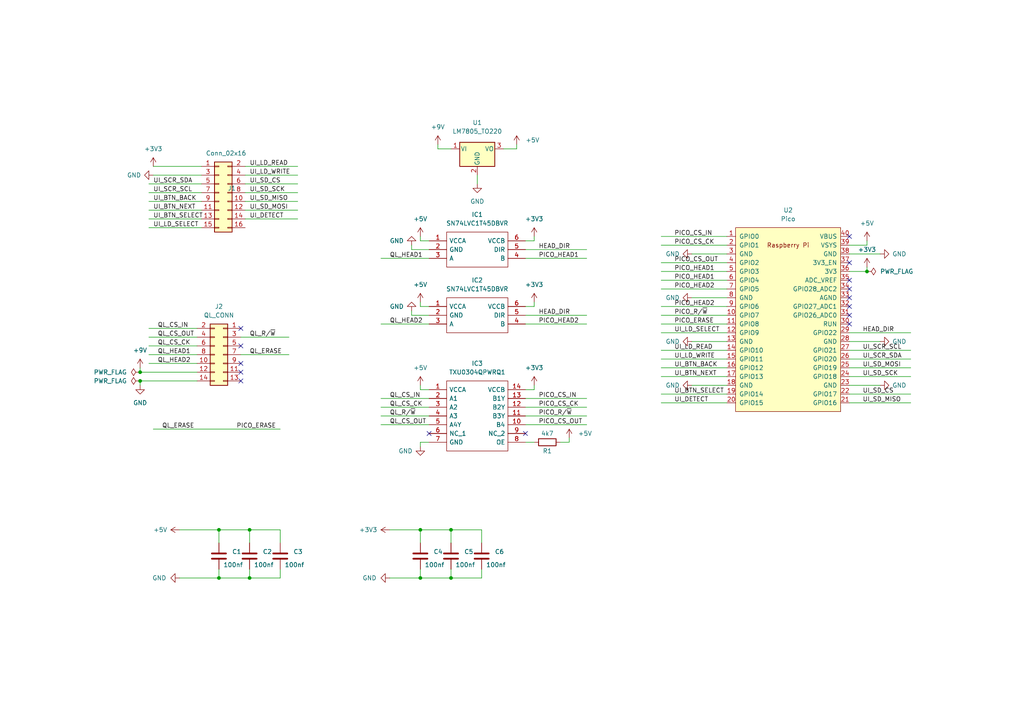
<source format=kicad_sch>
(kicad_sch (version 20211123) (generator eeschema)

  (uuid f4d392c7-1fac-442d-8754-ed592ab7a8b5)

  (paper "A4")

  (lib_symbols
    (symbol "Connector_Generic:Conn_02x07_Odd_Even" (pin_names (offset 1.016) hide) (in_bom yes) (on_board yes)
      (property "Reference" "J" (id 0) (at 1.27 10.16 0)
        (effects (font (size 1.27 1.27)))
      )
      (property "Value" "Conn_02x07_Odd_Even" (id 1) (at 1.27 -10.16 0)
        (effects (font (size 1.27 1.27)))
      )
      (property "Footprint" "" (id 2) (at 0 0 0)
        (effects (font (size 1.27 1.27)) hide)
      )
      (property "Datasheet" "~" (id 3) (at 0 0 0)
        (effects (font (size 1.27 1.27)) hide)
      )
      (property "ki_keywords" "connector" (id 4) (at 0 0 0)
        (effects (font (size 1.27 1.27)) hide)
      )
      (property "ki_description" "Generic connector, double row, 02x07, odd/even pin numbering scheme (row 1 odd numbers, row 2 even numbers), script generated (kicad-library-utils/schlib/autogen/connector/)" (id 5) (at 0 0 0)
        (effects (font (size 1.27 1.27)) hide)
      )
      (property "ki_fp_filters" "Connector*:*_2x??_*" (id 6) (at 0 0 0)
        (effects (font (size 1.27 1.27)) hide)
      )
      (symbol "Conn_02x07_Odd_Even_1_1"
        (rectangle (start -1.27 -7.493) (end 0 -7.747)
          (stroke (width 0.1524) (type default) (color 0 0 0 0))
          (fill (type none))
        )
        (rectangle (start -1.27 -4.953) (end 0 -5.207)
          (stroke (width 0.1524) (type default) (color 0 0 0 0))
          (fill (type none))
        )
        (rectangle (start -1.27 -2.413) (end 0 -2.667)
          (stroke (width 0.1524) (type default) (color 0 0 0 0))
          (fill (type none))
        )
        (rectangle (start -1.27 0.127) (end 0 -0.127)
          (stroke (width 0.1524) (type default) (color 0 0 0 0))
          (fill (type none))
        )
        (rectangle (start -1.27 2.667) (end 0 2.413)
          (stroke (width 0.1524) (type default) (color 0 0 0 0))
          (fill (type none))
        )
        (rectangle (start -1.27 5.207) (end 0 4.953)
          (stroke (width 0.1524) (type default) (color 0 0 0 0))
          (fill (type none))
        )
        (rectangle (start -1.27 7.747) (end 0 7.493)
          (stroke (width 0.1524) (type default) (color 0 0 0 0))
          (fill (type none))
        )
        (rectangle (start -1.27 8.89) (end 3.81 -8.89)
          (stroke (width 0.254) (type default) (color 0 0 0 0))
          (fill (type background))
        )
        (rectangle (start 3.81 -7.493) (end 2.54 -7.747)
          (stroke (width 0.1524) (type default) (color 0 0 0 0))
          (fill (type none))
        )
        (rectangle (start 3.81 -4.953) (end 2.54 -5.207)
          (stroke (width 0.1524) (type default) (color 0 0 0 0))
          (fill (type none))
        )
        (rectangle (start 3.81 -2.413) (end 2.54 -2.667)
          (stroke (width 0.1524) (type default) (color 0 0 0 0))
          (fill (type none))
        )
        (rectangle (start 3.81 0.127) (end 2.54 -0.127)
          (stroke (width 0.1524) (type default) (color 0 0 0 0))
          (fill (type none))
        )
        (rectangle (start 3.81 2.667) (end 2.54 2.413)
          (stroke (width 0.1524) (type default) (color 0 0 0 0))
          (fill (type none))
        )
        (rectangle (start 3.81 5.207) (end 2.54 4.953)
          (stroke (width 0.1524) (type default) (color 0 0 0 0))
          (fill (type none))
        )
        (rectangle (start 3.81 7.747) (end 2.54 7.493)
          (stroke (width 0.1524) (type default) (color 0 0 0 0))
          (fill (type none))
        )
        (pin passive line (at -5.08 7.62 0) (length 3.81)
          (name "Pin_1" (effects (font (size 1.27 1.27))))
          (number "1" (effects (font (size 1.27 1.27))))
        )
        (pin passive line (at 7.62 -2.54 180) (length 3.81)
          (name "Pin_10" (effects (font (size 1.27 1.27))))
          (number "10" (effects (font (size 1.27 1.27))))
        )
        (pin passive line (at -5.08 -5.08 0) (length 3.81)
          (name "Pin_11" (effects (font (size 1.27 1.27))))
          (number "11" (effects (font (size 1.27 1.27))))
        )
        (pin passive line (at 7.62 -5.08 180) (length 3.81)
          (name "Pin_12" (effects (font (size 1.27 1.27))))
          (number "12" (effects (font (size 1.27 1.27))))
        )
        (pin passive line (at -5.08 -7.62 0) (length 3.81)
          (name "Pin_13" (effects (font (size 1.27 1.27))))
          (number "13" (effects (font (size 1.27 1.27))))
        )
        (pin passive line (at 7.62 -7.62 180) (length 3.81)
          (name "Pin_14" (effects (font (size 1.27 1.27))))
          (number "14" (effects (font (size 1.27 1.27))))
        )
        (pin passive line (at 7.62 7.62 180) (length 3.81)
          (name "Pin_2" (effects (font (size 1.27 1.27))))
          (number "2" (effects (font (size 1.27 1.27))))
        )
        (pin passive line (at -5.08 5.08 0) (length 3.81)
          (name "Pin_3" (effects (font (size 1.27 1.27))))
          (number "3" (effects (font (size 1.27 1.27))))
        )
        (pin passive line (at 7.62 5.08 180) (length 3.81)
          (name "Pin_4" (effects (font (size 1.27 1.27))))
          (number "4" (effects (font (size 1.27 1.27))))
        )
        (pin passive line (at -5.08 2.54 0) (length 3.81)
          (name "Pin_5" (effects (font (size 1.27 1.27))))
          (number "5" (effects (font (size 1.27 1.27))))
        )
        (pin passive line (at 7.62 2.54 180) (length 3.81)
          (name "Pin_6" (effects (font (size 1.27 1.27))))
          (number "6" (effects (font (size 1.27 1.27))))
        )
        (pin passive line (at -5.08 0 0) (length 3.81)
          (name "Pin_7" (effects (font (size 1.27 1.27))))
          (number "7" (effects (font (size 1.27 1.27))))
        )
        (pin passive line (at 7.62 0 180) (length 3.81)
          (name "Pin_8" (effects (font (size 1.27 1.27))))
          (number "8" (effects (font (size 1.27 1.27))))
        )
        (pin passive line (at -5.08 -2.54 0) (length 3.81)
          (name "Pin_9" (effects (font (size 1.27 1.27))))
          (number "9" (effects (font (size 1.27 1.27))))
        )
      )
    )
    (symbol "Connector_Generic:Conn_02x08_Odd_Even" (pin_names (offset 1.016) hide) (in_bom yes) (on_board yes)
      (property "Reference" "J" (id 0) (at 1.27 10.16 0)
        (effects (font (size 1.27 1.27)))
      )
      (property "Value" "Conn_02x08_Odd_Even" (id 1) (at 1.27 -12.7 0)
        (effects (font (size 1.27 1.27)))
      )
      (property "Footprint" "" (id 2) (at 0 0 0)
        (effects (font (size 1.27 1.27)) hide)
      )
      (property "Datasheet" "~" (id 3) (at 0 0 0)
        (effects (font (size 1.27 1.27)) hide)
      )
      (property "ki_keywords" "connector" (id 4) (at 0 0 0)
        (effects (font (size 1.27 1.27)) hide)
      )
      (property "ki_description" "Generic connector, double row, 02x08, odd/even pin numbering scheme (row 1 odd numbers, row 2 even numbers), script generated (kicad-library-utils/schlib/autogen/connector/)" (id 5) (at 0 0 0)
        (effects (font (size 1.27 1.27)) hide)
      )
      (property "ki_fp_filters" "Connector*:*_2x??_*" (id 6) (at 0 0 0)
        (effects (font (size 1.27 1.27)) hide)
      )
      (symbol "Conn_02x08_Odd_Even_1_1"
        (rectangle (start -1.27 -10.033) (end 0 -10.287)
          (stroke (width 0.1524) (type default) (color 0 0 0 0))
          (fill (type none))
        )
        (rectangle (start -1.27 -7.493) (end 0 -7.747)
          (stroke (width 0.1524) (type default) (color 0 0 0 0))
          (fill (type none))
        )
        (rectangle (start -1.27 -4.953) (end 0 -5.207)
          (stroke (width 0.1524) (type default) (color 0 0 0 0))
          (fill (type none))
        )
        (rectangle (start -1.27 -2.413) (end 0 -2.667)
          (stroke (width 0.1524) (type default) (color 0 0 0 0))
          (fill (type none))
        )
        (rectangle (start -1.27 0.127) (end 0 -0.127)
          (stroke (width 0.1524) (type default) (color 0 0 0 0))
          (fill (type none))
        )
        (rectangle (start -1.27 2.667) (end 0 2.413)
          (stroke (width 0.1524) (type default) (color 0 0 0 0))
          (fill (type none))
        )
        (rectangle (start -1.27 5.207) (end 0 4.953)
          (stroke (width 0.1524) (type default) (color 0 0 0 0))
          (fill (type none))
        )
        (rectangle (start -1.27 7.747) (end 0 7.493)
          (stroke (width 0.1524) (type default) (color 0 0 0 0))
          (fill (type none))
        )
        (rectangle (start -1.27 8.89) (end 3.81 -11.43)
          (stroke (width 0.254) (type default) (color 0 0 0 0))
          (fill (type background))
        )
        (rectangle (start 3.81 -10.033) (end 2.54 -10.287)
          (stroke (width 0.1524) (type default) (color 0 0 0 0))
          (fill (type none))
        )
        (rectangle (start 3.81 -7.493) (end 2.54 -7.747)
          (stroke (width 0.1524) (type default) (color 0 0 0 0))
          (fill (type none))
        )
        (rectangle (start 3.81 -4.953) (end 2.54 -5.207)
          (stroke (width 0.1524) (type default) (color 0 0 0 0))
          (fill (type none))
        )
        (rectangle (start 3.81 -2.413) (end 2.54 -2.667)
          (stroke (width 0.1524) (type default) (color 0 0 0 0))
          (fill (type none))
        )
        (rectangle (start 3.81 0.127) (end 2.54 -0.127)
          (stroke (width 0.1524) (type default) (color 0 0 0 0))
          (fill (type none))
        )
        (rectangle (start 3.81 2.667) (end 2.54 2.413)
          (stroke (width 0.1524) (type default) (color 0 0 0 0))
          (fill (type none))
        )
        (rectangle (start 3.81 5.207) (end 2.54 4.953)
          (stroke (width 0.1524) (type default) (color 0 0 0 0))
          (fill (type none))
        )
        (rectangle (start 3.81 7.747) (end 2.54 7.493)
          (stroke (width 0.1524) (type default) (color 0 0 0 0))
          (fill (type none))
        )
        (pin passive line (at -5.08 7.62 0) (length 3.81)
          (name "Pin_1" (effects (font (size 1.27 1.27))))
          (number "1" (effects (font (size 1.27 1.27))))
        )
        (pin passive line (at 7.62 -2.54 180) (length 3.81)
          (name "Pin_10" (effects (font (size 1.27 1.27))))
          (number "10" (effects (font (size 1.27 1.27))))
        )
        (pin passive line (at -5.08 -5.08 0) (length 3.81)
          (name "Pin_11" (effects (font (size 1.27 1.27))))
          (number "11" (effects (font (size 1.27 1.27))))
        )
        (pin passive line (at 7.62 -5.08 180) (length 3.81)
          (name "Pin_12" (effects (font (size 1.27 1.27))))
          (number "12" (effects (font (size 1.27 1.27))))
        )
        (pin passive line (at -5.08 -7.62 0) (length 3.81)
          (name "Pin_13" (effects (font (size 1.27 1.27))))
          (number "13" (effects (font (size 1.27 1.27))))
        )
        (pin passive line (at 7.62 -7.62 180) (length 3.81)
          (name "Pin_14" (effects (font (size 1.27 1.27))))
          (number "14" (effects (font (size 1.27 1.27))))
        )
        (pin passive line (at -5.08 -10.16 0) (length 3.81)
          (name "Pin_15" (effects (font (size 1.27 1.27))))
          (number "15" (effects (font (size 1.27 1.27))))
        )
        (pin passive line (at 7.62 -10.16 180) (length 3.81)
          (name "Pin_16" (effects (font (size 1.27 1.27))))
          (number "16" (effects (font (size 1.27 1.27))))
        )
        (pin passive line (at 7.62 7.62 180) (length 3.81)
          (name "Pin_2" (effects (font (size 1.27 1.27))))
          (number "2" (effects (font (size 1.27 1.27))))
        )
        (pin passive line (at -5.08 5.08 0) (length 3.81)
          (name "Pin_3" (effects (font (size 1.27 1.27))))
          (number "3" (effects (font (size 1.27 1.27))))
        )
        (pin passive line (at 7.62 5.08 180) (length 3.81)
          (name "Pin_4" (effects (font (size 1.27 1.27))))
          (number "4" (effects (font (size 1.27 1.27))))
        )
        (pin passive line (at -5.08 2.54 0) (length 3.81)
          (name "Pin_5" (effects (font (size 1.27 1.27))))
          (number "5" (effects (font (size 1.27 1.27))))
        )
        (pin passive line (at 7.62 2.54 180) (length 3.81)
          (name "Pin_6" (effects (font (size 1.27 1.27))))
          (number "6" (effects (font (size 1.27 1.27))))
        )
        (pin passive line (at -5.08 0 0) (length 3.81)
          (name "Pin_7" (effects (font (size 1.27 1.27))))
          (number "7" (effects (font (size 1.27 1.27))))
        )
        (pin passive line (at 7.62 0 180) (length 3.81)
          (name "Pin_8" (effects (font (size 1.27 1.27))))
          (number "8" (effects (font (size 1.27 1.27))))
        )
        (pin passive line (at -5.08 -2.54 0) (length 3.81)
          (name "Pin_9" (effects (font (size 1.27 1.27))))
          (number "9" (effects (font (size 1.27 1.27))))
        )
      )
    )
    (symbol "Device:C" (pin_numbers hide) (pin_names (offset 0.254)) (in_bom yes) (on_board yes)
      (property "Reference" "C" (id 0) (at 0.635 2.54 0)
        (effects (font (size 1.27 1.27)) (justify left))
      )
      (property "Value" "C" (id 1) (at 0.635 -2.54 0)
        (effects (font (size 1.27 1.27)) (justify left))
      )
      (property "Footprint" "" (id 2) (at 0.9652 -3.81 0)
        (effects (font (size 1.27 1.27)) hide)
      )
      (property "Datasheet" "~" (id 3) (at 0 0 0)
        (effects (font (size 1.27 1.27)) hide)
      )
      (property "ki_keywords" "cap capacitor" (id 4) (at 0 0 0)
        (effects (font (size 1.27 1.27)) hide)
      )
      (property "ki_description" "Unpolarized capacitor" (id 5) (at 0 0 0)
        (effects (font (size 1.27 1.27)) hide)
      )
      (property "ki_fp_filters" "C_*" (id 6) (at 0 0 0)
        (effects (font (size 1.27 1.27)) hide)
      )
      (symbol "C_0_1"
        (polyline
          (pts
            (xy -2.032 -0.762)
            (xy 2.032 -0.762)
          )
          (stroke (width 0.508) (type default) (color 0 0 0 0))
          (fill (type none))
        )
        (polyline
          (pts
            (xy -2.032 0.762)
            (xy 2.032 0.762)
          )
          (stroke (width 0.508) (type default) (color 0 0 0 0))
          (fill (type none))
        )
      )
      (symbol "C_1_1"
        (pin passive line (at 0 3.81 270) (length 2.794)
          (name "~" (effects (font (size 1.27 1.27))))
          (number "1" (effects (font (size 1.27 1.27))))
        )
        (pin passive line (at 0 -3.81 90) (length 2.794)
          (name "~" (effects (font (size 1.27 1.27))))
          (number "2" (effects (font (size 1.27 1.27))))
        )
      )
    )
    (symbol "Device:R" (pin_numbers hide) (pin_names (offset 0)) (in_bom yes) (on_board yes)
      (property "Reference" "R" (id 0) (at 2.032 0 90)
        (effects (font (size 1.27 1.27)))
      )
      (property "Value" "R" (id 1) (at 0 0 90)
        (effects (font (size 1.27 1.27)))
      )
      (property "Footprint" "" (id 2) (at -1.778 0 90)
        (effects (font (size 1.27 1.27)) hide)
      )
      (property "Datasheet" "~" (id 3) (at 0 0 0)
        (effects (font (size 1.27 1.27)) hide)
      )
      (property "ki_keywords" "R res resistor" (id 4) (at 0 0 0)
        (effects (font (size 1.27 1.27)) hide)
      )
      (property "ki_description" "Resistor" (id 5) (at 0 0 0)
        (effects (font (size 1.27 1.27)) hide)
      )
      (property "ki_fp_filters" "R_*" (id 6) (at 0 0 0)
        (effects (font (size 1.27 1.27)) hide)
      )
      (symbol "R_0_1"
        (rectangle (start -1.016 -2.54) (end 1.016 2.54)
          (stroke (width 0.254) (type default) (color 0 0 0 0))
          (fill (type none))
        )
      )
      (symbol "R_1_1"
        (pin passive line (at 0 3.81 270) (length 1.27)
          (name "~" (effects (font (size 1.27 1.27))))
          (number "1" (effects (font (size 1.27 1.27))))
        )
        (pin passive line (at 0 -3.81 90) (length 1.27)
          (name "~" (effects (font (size 1.27 1.27))))
          (number "2" (effects (font (size 1.27 1.27))))
        )
      )
    )
    (symbol "RPi_Pico:Pico" (pin_names (offset 1.016)) (in_bom yes) (on_board yes)
      (property "Reference" "U" (id 0) (at -13.97 27.94 0)
        (effects (font (size 1.27 1.27)))
      )
      (property "Value" "Pico" (id 1) (at 0 19.05 0)
        (effects (font (size 1.27 1.27)))
      )
      (property "Footprint" "RPi_Pico:RPi_Pico_SMD_TH" (id 2) (at 0 0 90)
        (effects (font (size 1.27 1.27)) hide)
      )
      (property "Datasheet" "" (id 3) (at 0 0 0)
        (effects (font (size 1.27 1.27)) hide)
      )
      (symbol "Pico_0_0"
        (text "Raspberry Pi" (at 0 21.59 0)
          (effects (font (size 1.27 1.27)))
        )
      )
      (symbol "Pico_0_1"
        (rectangle (start -15.24 26.67) (end 15.24 -26.67)
          (stroke (width 0) (type default) (color 0 0 0 0))
          (fill (type background))
        )
      )
      (symbol "Pico_1_1"
        (pin bidirectional line (at -17.78 24.13 0) (length 2.54)
          (name "GPIO0" (effects (font (size 1.27 1.27))))
          (number "1" (effects (font (size 1.27 1.27))))
        )
        (pin bidirectional line (at -17.78 1.27 0) (length 2.54)
          (name "GPIO7" (effects (font (size 1.27 1.27))))
          (number "10" (effects (font (size 1.27 1.27))))
        )
        (pin bidirectional line (at -17.78 -1.27 0) (length 2.54)
          (name "GPIO8" (effects (font (size 1.27 1.27))))
          (number "11" (effects (font (size 1.27 1.27))))
        )
        (pin bidirectional line (at -17.78 -3.81 0) (length 2.54)
          (name "GPIO9" (effects (font (size 1.27 1.27))))
          (number "12" (effects (font (size 1.27 1.27))))
        )
        (pin power_in line (at -17.78 -6.35 0) (length 2.54)
          (name "GND" (effects (font (size 1.27 1.27))))
          (number "13" (effects (font (size 1.27 1.27))))
        )
        (pin bidirectional line (at -17.78 -8.89 0) (length 2.54)
          (name "GPIO10" (effects (font (size 1.27 1.27))))
          (number "14" (effects (font (size 1.27 1.27))))
        )
        (pin bidirectional line (at -17.78 -11.43 0) (length 2.54)
          (name "GPIO11" (effects (font (size 1.27 1.27))))
          (number "15" (effects (font (size 1.27 1.27))))
        )
        (pin bidirectional line (at -17.78 -13.97 0) (length 2.54)
          (name "GPIO12" (effects (font (size 1.27 1.27))))
          (number "16" (effects (font (size 1.27 1.27))))
        )
        (pin bidirectional line (at -17.78 -16.51 0) (length 2.54)
          (name "GPIO13" (effects (font (size 1.27 1.27))))
          (number "17" (effects (font (size 1.27 1.27))))
        )
        (pin power_in line (at -17.78 -19.05 0) (length 2.54)
          (name "GND" (effects (font (size 1.27 1.27))))
          (number "18" (effects (font (size 1.27 1.27))))
        )
        (pin bidirectional line (at -17.78 -21.59 0) (length 2.54)
          (name "GPIO14" (effects (font (size 1.27 1.27))))
          (number "19" (effects (font (size 1.27 1.27))))
        )
        (pin bidirectional line (at -17.78 21.59 0) (length 2.54)
          (name "GPIO1" (effects (font (size 1.27 1.27))))
          (number "2" (effects (font (size 1.27 1.27))))
        )
        (pin bidirectional line (at -17.78 -24.13 0) (length 2.54)
          (name "GPIO15" (effects (font (size 1.27 1.27))))
          (number "20" (effects (font (size 1.27 1.27))))
        )
        (pin bidirectional line (at 17.78 -24.13 180) (length 2.54)
          (name "GPIO16" (effects (font (size 1.27 1.27))))
          (number "21" (effects (font (size 1.27 1.27))))
        )
        (pin bidirectional line (at 17.78 -21.59 180) (length 2.54)
          (name "GPIO17" (effects (font (size 1.27 1.27))))
          (number "22" (effects (font (size 1.27 1.27))))
        )
        (pin power_in line (at 17.78 -19.05 180) (length 2.54)
          (name "GND" (effects (font (size 1.27 1.27))))
          (number "23" (effects (font (size 1.27 1.27))))
        )
        (pin bidirectional line (at 17.78 -16.51 180) (length 2.54)
          (name "GPIO18" (effects (font (size 1.27 1.27))))
          (number "24" (effects (font (size 1.27 1.27))))
        )
        (pin bidirectional line (at 17.78 -13.97 180) (length 2.54)
          (name "GPIO19" (effects (font (size 1.27 1.27))))
          (number "25" (effects (font (size 1.27 1.27))))
        )
        (pin bidirectional line (at 17.78 -11.43 180) (length 2.54)
          (name "GPIO20" (effects (font (size 1.27 1.27))))
          (number "26" (effects (font (size 1.27 1.27))))
        )
        (pin bidirectional line (at 17.78 -8.89 180) (length 2.54)
          (name "GPIO21" (effects (font (size 1.27 1.27))))
          (number "27" (effects (font (size 1.27 1.27))))
        )
        (pin power_in line (at 17.78 -6.35 180) (length 2.54)
          (name "GND" (effects (font (size 1.27 1.27))))
          (number "28" (effects (font (size 1.27 1.27))))
        )
        (pin bidirectional line (at 17.78 -3.81 180) (length 2.54)
          (name "GPIO22" (effects (font (size 1.27 1.27))))
          (number "29" (effects (font (size 1.27 1.27))))
        )
        (pin power_in line (at -17.78 19.05 0) (length 2.54)
          (name "GND" (effects (font (size 1.27 1.27))))
          (number "3" (effects (font (size 1.27 1.27))))
        )
        (pin input line (at 17.78 -1.27 180) (length 2.54)
          (name "RUN" (effects (font (size 1.27 1.27))))
          (number "30" (effects (font (size 1.27 1.27))))
        )
        (pin bidirectional line (at 17.78 1.27 180) (length 2.54)
          (name "GPIO26_ADC0" (effects (font (size 1.27 1.27))))
          (number "31" (effects (font (size 1.27 1.27))))
        )
        (pin bidirectional line (at 17.78 3.81 180) (length 2.54)
          (name "GPIO27_ADC1" (effects (font (size 1.27 1.27))))
          (number "32" (effects (font (size 1.27 1.27))))
        )
        (pin power_in line (at 17.78 6.35 180) (length 2.54)
          (name "AGND" (effects (font (size 1.27 1.27))))
          (number "33" (effects (font (size 1.27 1.27))))
        )
        (pin bidirectional line (at 17.78 8.89 180) (length 2.54)
          (name "GPIO28_ADC2" (effects (font (size 1.27 1.27))))
          (number "34" (effects (font (size 1.27 1.27))))
        )
        (pin unspecified line (at 17.78 11.43 180) (length 2.54)
          (name "ADC_VREF" (effects (font (size 1.27 1.27))))
          (number "35" (effects (font (size 1.27 1.27))))
        )
        (pin unspecified line (at 17.78 13.97 180) (length 2.54)
          (name "3V3" (effects (font (size 1.27 1.27))))
          (number "36" (effects (font (size 1.27 1.27))))
        )
        (pin input line (at 17.78 16.51 180) (length 2.54)
          (name "3V3_EN" (effects (font (size 1.27 1.27))))
          (number "37" (effects (font (size 1.27 1.27))))
        )
        (pin bidirectional line (at 17.78 19.05 180) (length 2.54)
          (name "GND" (effects (font (size 1.27 1.27))))
          (number "38" (effects (font (size 1.27 1.27))))
        )
        (pin unspecified line (at 17.78 21.59 180) (length 2.54)
          (name "VSYS" (effects (font (size 1.27 1.27))))
          (number "39" (effects (font (size 1.27 1.27))))
        )
        (pin bidirectional line (at -17.78 16.51 0) (length 2.54)
          (name "GPIO2" (effects (font (size 1.27 1.27))))
          (number "4" (effects (font (size 1.27 1.27))))
        )
        (pin unspecified line (at 17.78 24.13 180) (length 2.54)
          (name "VBUS" (effects (font (size 1.27 1.27))))
          (number "40" (effects (font (size 1.27 1.27))))
        )
        (pin bidirectional line (at -17.78 13.97 0) (length 2.54)
          (name "GPIO3" (effects (font (size 1.27 1.27))))
          (number "5" (effects (font (size 1.27 1.27))))
        )
        (pin bidirectional line (at -17.78 11.43 0) (length 2.54)
          (name "GPIO4" (effects (font (size 1.27 1.27))))
          (number "6" (effects (font (size 1.27 1.27))))
        )
        (pin bidirectional line (at -17.78 8.89 0) (length 2.54)
          (name "GPIO5" (effects (font (size 1.27 1.27))))
          (number "7" (effects (font (size 1.27 1.27))))
        )
        (pin power_in line (at -17.78 6.35 0) (length 2.54)
          (name "GND" (effects (font (size 1.27 1.27))))
          (number "8" (effects (font (size 1.27 1.27))))
        )
        (pin bidirectional line (at -17.78 3.81 0) (length 2.54)
          (name "GPIO6" (effects (font (size 1.27 1.27))))
          (number "9" (effects (font (size 1.27 1.27))))
        )
      )
    )
    (symbol "Regulator_Linear:LM7805_TO220" (pin_names (offset 0.254)) (in_bom yes) (on_board yes)
      (property "Reference" "U" (id 0) (at -3.81 3.175 0)
        (effects (font (size 1.27 1.27)))
      )
      (property "Value" "LM7805_TO220" (id 1) (at 0 3.175 0)
        (effects (font (size 1.27 1.27)) (justify left))
      )
      (property "Footprint" "Package_TO_SOT_THT:TO-220-3_Vertical" (id 2) (at 0 5.715 0)
        (effects (font (size 1.27 1.27) italic) hide)
      )
      (property "Datasheet" "https://www.onsemi.cn/PowerSolutions/document/MC7800-D.PDF" (id 3) (at 0 -1.27 0)
        (effects (font (size 1.27 1.27)) hide)
      )
      (property "ki_keywords" "Voltage Regulator 1A Positive" (id 4) (at 0 0 0)
        (effects (font (size 1.27 1.27)) hide)
      )
      (property "ki_description" "Positive 1A 35V Linear Regulator, Fixed Output 5V, TO-220" (id 5) (at 0 0 0)
        (effects (font (size 1.27 1.27)) hide)
      )
      (property "ki_fp_filters" "TO?220*" (id 6) (at 0 0 0)
        (effects (font (size 1.27 1.27)) hide)
      )
      (symbol "LM7805_TO220_0_1"
        (rectangle (start -5.08 1.905) (end 5.08 -5.08)
          (stroke (width 0.254) (type default) (color 0 0 0 0))
          (fill (type background))
        )
      )
      (symbol "LM7805_TO220_1_1"
        (pin power_in line (at -7.62 0 0) (length 2.54)
          (name "VI" (effects (font (size 1.27 1.27))))
          (number "1" (effects (font (size 1.27 1.27))))
        )
        (pin power_in line (at 0 -7.62 90) (length 2.54)
          (name "GND" (effects (font (size 1.27 1.27))))
          (number "2" (effects (font (size 1.27 1.27))))
        )
        (pin power_out line (at 7.62 0 180) (length 2.54)
          (name "VO" (effects (font (size 1.27 1.27))))
          (number "3" (effects (font (size 1.27 1.27))))
        )
      )
    )
    (symbol "SN74LVC1T45DBVR:SN74LVC1T45DBVR" (pin_names (offset 0.762)) (in_bom yes) (on_board yes)
      (property "Reference" "IC" (id 0) (at 24.13 7.62 0)
        (effects (font (size 1.27 1.27)) (justify left))
      )
      (property "Value" "SN74LVC1T45DBVR" (id 1) (at 24.13 5.08 0)
        (effects (font (size 1.27 1.27)) (justify left))
      )
      (property "Footprint" "SOT95P280X145-6N" (id 2) (at 24.13 2.54 0)
        (effects (font (size 1.27 1.27)) (justify left) hide)
      )
      (property "Datasheet" "https://componentsearchengine.com/Datasheets/2/SN74LVC1T45DBVR.pdf" (id 3) (at 24.13 0 0)
        (effects (font (size 1.27 1.27)) (justify left) hide)
      )
      (property "Description" "1-Bit Bus Transceiver, Translation SOT23 Texas Instruments SN74LVC1T45DBVR, Voltage Level Translator, Bus Transceiver, 3-State, 1.65  5.5 V, 6-Pin SOT-23" (id 4) (at 24.13 -2.54 0)
        (effects (font (size 1.27 1.27)) (justify left) hide)
      )
      (property "Height" "1.45" (id 5) (at 24.13 -5.08 0)
        (effects (font (size 1.27 1.27)) (justify left) hide)
      )
      (property "Mouser Part Number" "595-SN74LVC1T45DBVR" (id 6) (at 24.13 -7.62 0)
        (effects (font (size 1.27 1.27)) (justify left) hide)
      )
      (property "Mouser Price/Stock" "https://www.mouser.co.uk/ProductDetail/Texas-Instruments/SN74LVC1T45DBVR?qs=pajgIaoyDUhg6sKXdsM%2Fvg%3D%3D" (id 7) (at 24.13 -10.16 0)
        (effects (font (size 1.27 1.27)) (justify left) hide)
      )
      (property "Manufacturer_Name" "Texas Instruments" (id 8) (at 24.13 -12.7 0)
        (effects (font (size 1.27 1.27)) (justify left) hide)
      )
      (property "Manufacturer_Part_Number" "SN74LVC1T45DBVR" (id 9) (at 24.13 -15.24 0)
        (effects (font (size 1.27 1.27)) (justify left) hide)
      )
      (symbol "SN74LVC1T45DBVR_0_0"
        (pin passive line (at 0 0 0) (length 5.08)
          (name "VCCA" (effects (font (size 1.27 1.27))))
          (number "1" (effects (font (size 1.27 1.27))))
        )
        (pin passive line (at 0 -2.54 0) (length 5.08)
          (name "GND" (effects (font (size 1.27 1.27))))
          (number "2" (effects (font (size 1.27 1.27))))
        )
        (pin passive line (at 0 -5.08 0) (length 5.08)
          (name "A" (effects (font (size 1.27 1.27))))
          (number "3" (effects (font (size 1.27 1.27))))
        )
        (pin passive line (at 27.94 -5.08 180) (length 5.08)
          (name "B" (effects (font (size 1.27 1.27))))
          (number "4" (effects (font (size 1.27 1.27))))
        )
        (pin passive line (at 27.94 -2.54 180) (length 5.08)
          (name "DIR" (effects (font (size 1.27 1.27))))
          (number "5" (effects (font (size 1.27 1.27))))
        )
        (pin passive line (at 27.94 0 180) (length 5.08)
          (name "VCCB" (effects (font (size 1.27 1.27))))
          (number "6" (effects (font (size 1.27 1.27))))
        )
      )
      (symbol "SN74LVC1T45DBVR_0_1"
        (polyline
          (pts
            (xy 5.08 2.54)
            (xy 22.86 2.54)
            (xy 22.86 -7.62)
            (xy 5.08 -7.62)
            (xy 5.08 2.54)
          )
          (stroke (width 0.1524) (type default) (color 0 0 0 0))
          (fill (type none))
        )
      )
    )
    (symbol "TXU0304QPWRQ1:TXU0304QPWRQ1" (pin_names (offset 0.762)) (in_bom yes) (on_board yes)
      (property "Reference" "IC" (id 0) (at 24.13 7.62 0)
        (effects (font (size 1.27 1.27)) (justify left))
      )
      (property "Value" "TXU0304QPWRQ1" (id 1) (at 24.13 5.08 0)
        (effects (font (size 1.27 1.27)) (justify left))
      )
      (property "Footprint" "SOP65P640X120-14N" (id 2) (at 24.13 2.54 0)
        (effects (font (size 1.27 1.27)) (justify left) hide)
      )
      (property "Datasheet" "https://www.ti.com/lit/ds/symlink/txu0304-q1.pdf" (id 3) (at 24.13 0 0)
        (effects (font (size 1.27 1.27)) (justify left) hide)
      )
      (property "Description" "TXU0304QPWRQ1" (id 4) (at 24.13 -2.54 0)
        (effects (font (size 1.27 1.27)) (justify left) hide)
      )
      (property "Height" "1.2" (id 5) (at 24.13 -5.08 0)
        (effects (font (size 1.27 1.27)) (justify left) hide)
      )
      (property "Mouser Part Number" "595-TXU0304QPWRQ1" (id 6) (at 24.13 -7.62 0)
        (effects (font (size 1.27 1.27)) (justify left) hide)
      )
      (property "Mouser Price/Stock" "https://www.mouser.co.uk/ProductDetail/Texas-Instruments/TXU0304QPWRQ1?qs=QNEnbhJQKvZXfjMNvwmKIA%3D%3D" (id 7) (at 24.13 -10.16 0)
        (effects (font (size 1.27 1.27)) (justify left) hide)
      )
      (property "Manufacturer_Name" "Texas Instruments" (id 8) (at 24.13 -12.7 0)
        (effects (font (size 1.27 1.27)) (justify left) hide)
      )
      (property "Manufacturer_Part_Number" "TXU0304QPWRQ1" (id 9) (at 24.13 -15.24 0)
        (effects (font (size 1.27 1.27)) (justify left) hide)
      )
      (symbol "TXU0304QPWRQ1_0_0"
        (pin passive line (at 0 0 0) (length 5.08)
          (name "VCCA" (effects (font (size 1.27 1.27))))
          (number "1" (effects (font (size 1.27 1.27))))
        )
        (pin passive line (at 27.94 -10.16 180) (length 5.08)
          (name "B4" (effects (font (size 1.27 1.27))))
          (number "10" (effects (font (size 1.27 1.27))))
        )
        (pin passive line (at 27.94 -7.62 180) (length 5.08)
          (name "B3Y" (effects (font (size 1.27 1.27))))
          (number "11" (effects (font (size 1.27 1.27))))
        )
        (pin passive line (at 27.94 -5.08 180) (length 5.08)
          (name "B2Y" (effects (font (size 1.27 1.27))))
          (number "12" (effects (font (size 1.27 1.27))))
        )
        (pin passive line (at 27.94 -2.54 180) (length 5.08)
          (name "B1Y" (effects (font (size 1.27 1.27))))
          (number "13" (effects (font (size 1.27 1.27))))
        )
        (pin passive line (at 27.94 0 180) (length 5.08)
          (name "VCCB" (effects (font (size 1.27 1.27))))
          (number "14" (effects (font (size 1.27 1.27))))
        )
        (pin passive line (at 0 -2.54 0) (length 5.08)
          (name "A1" (effects (font (size 1.27 1.27))))
          (number "2" (effects (font (size 1.27 1.27))))
        )
        (pin passive line (at 0 -5.08 0) (length 5.08)
          (name "A2" (effects (font (size 1.27 1.27))))
          (number "3" (effects (font (size 1.27 1.27))))
        )
        (pin passive line (at 0 -7.62 0) (length 5.08)
          (name "A3" (effects (font (size 1.27 1.27))))
          (number "4" (effects (font (size 1.27 1.27))))
        )
        (pin passive line (at 0 -10.16 0) (length 5.08)
          (name "A4Y" (effects (font (size 1.27 1.27))))
          (number "5" (effects (font (size 1.27 1.27))))
        )
        (pin passive line (at 0 -12.7 0) (length 5.08)
          (name "NC_1" (effects (font (size 1.27 1.27))))
          (number "6" (effects (font (size 1.27 1.27))))
        )
        (pin passive line (at 0 -15.24 0) (length 5.08)
          (name "GND" (effects (font (size 1.27 1.27))))
          (number "7" (effects (font (size 1.27 1.27))))
        )
        (pin passive line (at 27.94 -15.24 180) (length 5.08)
          (name "OE" (effects (font (size 1.27 1.27))))
          (number "8" (effects (font (size 1.27 1.27))))
        )
        (pin passive line (at 27.94 -12.7 180) (length 5.08)
          (name "NC_2" (effects (font (size 1.27 1.27))))
          (number "9" (effects (font (size 1.27 1.27))))
        )
      )
      (symbol "TXU0304QPWRQ1_0_1"
        (polyline
          (pts
            (xy 5.08 2.54)
            (xy 22.86 2.54)
            (xy 22.86 -17.78)
            (xy 5.08 -17.78)
            (xy 5.08 2.54)
          )
          (stroke (width 0.1524) (type default) (color 0 0 0 0))
          (fill (type none))
        )
      )
    )
    (symbol "power:+3V3" (power) (pin_names (offset 0)) (in_bom yes) (on_board yes)
      (property "Reference" "#PWR" (id 0) (at 0 -3.81 0)
        (effects (font (size 1.27 1.27)) hide)
      )
      (property "Value" "+3V3" (id 1) (at 0 3.556 0)
        (effects (font (size 1.27 1.27)))
      )
      (property "Footprint" "" (id 2) (at 0 0 0)
        (effects (font (size 1.27 1.27)) hide)
      )
      (property "Datasheet" "" (id 3) (at 0 0 0)
        (effects (font (size 1.27 1.27)) hide)
      )
      (property "ki_keywords" "power-flag" (id 4) (at 0 0 0)
        (effects (font (size 1.27 1.27)) hide)
      )
      (property "ki_description" "Power symbol creates a global label with name \"+3V3\"" (id 5) (at 0 0 0)
        (effects (font (size 1.27 1.27)) hide)
      )
      (symbol "+3V3_0_1"
        (polyline
          (pts
            (xy -0.762 1.27)
            (xy 0 2.54)
          )
          (stroke (width 0) (type default) (color 0 0 0 0))
          (fill (type none))
        )
        (polyline
          (pts
            (xy 0 0)
            (xy 0 2.54)
          )
          (stroke (width 0) (type default) (color 0 0 0 0))
          (fill (type none))
        )
        (polyline
          (pts
            (xy 0 2.54)
            (xy 0.762 1.27)
          )
          (stroke (width 0) (type default) (color 0 0 0 0))
          (fill (type none))
        )
      )
      (symbol "+3V3_1_1"
        (pin power_in line (at 0 0 90) (length 0) hide
          (name "+3V3" (effects (font (size 1.27 1.27))))
          (number "1" (effects (font (size 1.27 1.27))))
        )
      )
    )
    (symbol "power:+5V" (power) (pin_names (offset 0)) (in_bom yes) (on_board yes)
      (property "Reference" "#PWR" (id 0) (at 0 -3.81 0)
        (effects (font (size 1.27 1.27)) hide)
      )
      (property "Value" "+5V" (id 1) (at 0 3.556 0)
        (effects (font (size 1.27 1.27)))
      )
      (property "Footprint" "" (id 2) (at 0 0 0)
        (effects (font (size 1.27 1.27)) hide)
      )
      (property "Datasheet" "" (id 3) (at 0 0 0)
        (effects (font (size 1.27 1.27)) hide)
      )
      (property "ki_keywords" "power-flag" (id 4) (at 0 0 0)
        (effects (font (size 1.27 1.27)) hide)
      )
      (property "ki_description" "Power symbol creates a global label with name \"+5V\"" (id 5) (at 0 0 0)
        (effects (font (size 1.27 1.27)) hide)
      )
      (symbol "+5V_0_1"
        (polyline
          (pts
            (xy -0.762 1.27)
            (xy 0 2.54)
          )
          (stroke (width 0) (type default) (color 0 0 0 0))
          (fill (type none))
        )
        (polyline
          (pts
            (xy 0 0)
            (xy 0 2.54)
          )
          (stroke (width 0) (type default) (color 0 0 0 0))
          (fill (type none))
        )
        (polyline
          (pts
            (xy 0 2.54)
            (xy 0.762 1.27)
          )
          (stroke (width 0) (type default) (color 0 0 0 0))
          (fill (type none))
        )
      )
      (symbol "+5V_1_1"
        (pin power_in line (at 0 0 90) (length 0) hide
          (name "+5V" (effects (font (size 1.27 1.27))))
          (number "1" (effects (font (size 1.27 1.27))))
        )
      )
    )
    (symbol "power:+9V" (power) (pin_names (offset 0)) (in_bom yes) (on_board yes)
      (property "Reference" "#PWR" (id 0) (at 0 -3.81 0)
        (effects (font (size 1.27 1.27)) hide)
      )
      (property "Value" "+9V" (id 1) (at 0 3.556 0)
        (effects (font (size 1.27 1.27)))
      )
      (property "Footprint" "" (id 2) (at 0 0 0)
        (effects (font (size 1.27 1.27)) hide)
      )
      (property "Datasheet" "" (id 3) (at 0 0 0)
        (effects (font (size 1.27 1.27)) hide)
      )
      (property "ki_keywords" "power-flag" (id 4) (at 0 0 0)
        (effects (font (size 1.27 1.27)) hide)
      )
      (property "ki_description" "Power symbol creates a global label with name \"+9V\"" (id 5) (at 0 0 0)
        (effects (font (size 1.27 1.27)) hide)
      )
      (symbol "+9V_0_1"
        (polyline
          (pts
            (xy -0.762 1.27)
            (xy 0 2.54)
          )
          (stroke (width 0) (type default) (color 0 0 0 0))
          (fill (type none))
        )
        (polyline
          (pts
            (xy 0 0)
            (xy 0 2.54)
          )
          (stroke (width 0) (type default) (color 0 0 0 0))
          (fill (type none))
        )
        (polyline
          (pts
            (xy 0 2.54)
            (xy 0.762 1.27)
          )
          (stroke (width 0) (type default) (color 0 0 0 0))
          (fill (type none))
        )
      )
      (symbol "+9V_1_1"
        (pin power_in line (at 0 0 90) (length 0) hide
          (name "+9V" (effects (font (size 1.27 1.27))))
          (number "1" (effects (font (size 1.27 1.27))))
        )
      )
    )
    (symbol "power:GND" (power) (pin_names (offset 0)) (in_bom yes) (on_board yes)
      (property "Reference" "#PWR" (id 0) (at 0 -6.35 0)
        (effects (font (size 1.27 1.27)) hide)
      )
      (property "Value" "GND" (id 1) (at 0 -3.81 0)
        (effects (font (size 1.27 1.27)))
      )
      (property "Footprint" "" (id 2) (at 0 0 0)
        (effects (font (size 1.27 1.27)) hide)
      )
      (property "Datasheet" "" (id 3) (at 0 0 0)
        (effects (font (size 1.27 1.27)) hide)
      )
      (property "ki_keywords" "power-flag" (id 4) (at 0 0 0)
        (effects (font (size 1.27 1.27)) hide)
      )
      (property "ki_description" "Power symbol creates a global label with name \"GND\" , ground" (id 5) (at 0 0 0)
        (effects (font (size 1.27 1.27)) hide)
      )
      (symbol "GND_0_1"
        (polyline
          (pts
            (xy 0 0)
            (xy 0 -1.27)
            (xy 1.27 -1.27)
            (xy 0 -2.54)
            (xy -1.27 -1.27)
            (xy 0 -1.27)
          )
          (stroke (width 0) (type default) (color 0 0 0 0))
          (fill (type none))
        )
      )
      (symbol "GND_1_1"
        (pin power_in line (at 0 0 270) (length 0) hide
          (name "GND" (effects (font (size 1.27 1.27))))
          (number "1" (effects (font (size 1.27 1.27))))
        )
      )
    )
    (symbol "power:PWR_FLAG" (power) (pin_numbers hide) (pin_names (offset 0) hide) (in_bom yes) (on_board yes)
      (property "Reference" "#FLG" (id 0) (at 0 1.905 0)
        (effects (font (size 1.27 1.27)) hide)
      )
      (property "Value" "PWR_FLAG" (id 1) (at 0 3.81 0)
        (effects (font (size 1.27 1.27)))
      )
      (property "Footprint" "" (id 2) (at 0 0 0)
        (effects (font (size 1.27 1.27)) hide)
      )
      (property "Datasheet" "~" (id 3) (at 0 0 0)
        (effects (font (size 1.27 1.27)) hide)
      )
      (property "ki_keywords" "power-flag" (id 4) (at 0 0 0)
        (effects (font (size 1.27 1.27)) hide)
      )
      (property "ki_description" "Special symbol for telling ERC where power comes from" (id 5) (at 0 0 0)
        (effects (font (size 1.27 1.27)) hide)
      )
      (symbol "PWR_FLAG_0_0"
        (pin power_out line (at 0 0 90) (length 0)
          (name "pwr" (effects (font (size 1.27 1.27))))
          (number "1" (effects (font (size 1.27 1.27))))
        )
      )
      (symbol "PWR_FLAG_0_1"
        (polyline
          (pts
            (xy 0 0)
            (xy 0 1.27)
            (xy -1.016 1.905)
            (xy 0 2.54)
            (xy 1.016 1.905)
            (xy 0 1.27)
          )
          (stroke (width 0) (type default) (color 0 0 0 0))
          (fill (type none))
        )
      )
    )
  )

  (junction (at 40.64 110.49) (diameter 0) (color 0 0 0 0)
    (uuid 016edbb5-eede-4151-875c-15ccb3530c40)
  )
  (junction (at 121.92 167.64) (diameter 0) (color 0 0 0 0)
    (uuid 13d43a6e-5e32-4402-aa2a-d12953bf1bb7)
  )
  (junction (at 130.81 167.64) (diameter 0) (color 0 0 0 0)
    (uuid 175d8a65-248d-461a-b9eb-54f85c2c0936)
  )
  (junction (at 40.64 107.95) (diameter 0) (color 0 0 0 0)
    (uuid 2fe88dd7-a976-4027-9b85-c31b9bda934a)
  )
  (junction (at 72.39 153.67) (diameter 0) (color 0 0 0 0)
    (uuid 39ac9b16-695d-4044-beff-ba1c1ddd1b0e)
  )
  (junction (at 72.39 167.64) (diameter 0) (color 0 0 0 0)
    (uuid 55377f84-3e7f-47bb-9c87-daad1db3eefa)
  )
  (junction (at 63.5 153.67) (diameter 0) (color 0 0 0 0)
    (uuid 578d689c-4ceb-40a2-9d0e-e7da8c8aff53)
  )
  (junction (at 121.92 153.67) (diameter 0) (color 0 0 0 0)
    (uuid 5c32c084-50f0-4a42-afbb-e6f6c1357dcc)
  )
  (junction (at 130.81 153.67) (diameter 0) (color 0 0 0 0)
    (uuid 8250a527-1fdb-4f41-b678-c897130efcbc)
  )
  (junction (at 63.5 167.64) (diameter 0) (color 0 0 0 0)
    (uuid bdf619b3-10b3-46cf-9ee2-27f74eaa92e5)
  )
  (junction (at 251.46 78.74) (diameter 0) (color 0 0 0 0)
    (uuid d339281b-28ce-4b7d-b254-63c448302371)
  )

  (no_connect (at 69.85 100.33) (uuid 8f79b895-039a-483f-b958-4a76dd6c1f59))
  (no_connect (at 69.85 95.25) (uuid 8f79b895-039a-483f-b958-4a76dd6c1f5a))
  (no_connect (at 69.85 110.49) (uuid 8f79b895-039a-483f-b958-4a76dd6c1f5b))
  (no_connect (at 69.85 107.95) (uuid 8f79b895-039a-483f-b958-4a76dd6c1f5c))
  (no_connect (at 69.85 105.41) (uuid 8f79b895-039a-483f-b958-4a76dd6c1f5d))
  (no_connect (at 124.46 125.73) (uuid 8f79b895-039a-483f-b958-4a76dd6c1f5e))
  (no_connect (at 152.4 125.73) (uuid 8f79b895-039a-483f-b958-4a76dd6c1f5f))
  (no_connect (at 246.38 83.82) (uuid 8f79b895-039a-483f-b958-4a76dd6c1f61))
  (no_connect (at 246.38 86.36) (uuid 8f79b895-039a-483f-b958-4a76dd6c1f62))
  (no_connect (at 246.38 88.9) (uuid 8f79b895-039a-483f-b958-4a76dd6c1f63))
  (no_connect (at 246.38 91.44) (uuid 8f79b895-039a-483f-b958-4a76dd6c1f64))
  (no_connect (at 246.38 81.28) (uuid 8f79b895-039a-483f-b958-4a76dd6c1f65))
  (no_connect (at 246.38 93.98) (uuid 8f79b895-039a-483f-b958-4a76dd6c1f66))
  (no_connect (at 246.38 68.58) (uuid 8f79b895-039a-483f-b958-4a76dd6c1f67))
  (no_connect (at 246.38 76.2) (uuid 8f79b895-039a-483f-b958-4a76dd6c1f68))

  (wire (pts (xy 191.77 114.3) (xy 210.82 114.3))
    (stroke (width 0) (type default) (color 0 0 0 0))
    (uuid 02836e78-024b-4ce3-9757-3b4ef00b728f)
  )
  (wire (pts (xy 152.4 118.11) (xy 170.18 118.11))
    (stroke (width 0) (type default) (color 0 0 0 0))
    (uuid 03f4c5ca-9bb7-4078-b148-744006e24dc8)
  )
  (wire (pts (xy 44.45 124.46) (xy 81.28 124.46))
    (stroke (width 0) (type default) (color 0 0 0 0))
    (uuid 044a7902-92b8-4494-9b4d-1d0f47234a78)
  )
  (wire (pts (xy 43.18 95.25) (xy 57.15 95.25))
    (stroke (width 0) (type default) (color 0 0 0 0))
    (uuid 05193823-850b-45ae-b06c-eb57bdab3a64)
  )
  (wire (pts (xy 69.85 102.87) (xy 83.82 102.87))
    (stroke (width 0) (type default) (color 0 0 0 0))
    (uuid 05b6ee49-4412-40ec-9535-a37366296bbb)
  )
  (wire (pts (xy 152.4 88.9) (xy 154.94 88.9))
    (stroke (width 0) (type default) (color 0 0 0 0))
    (uuid 0a3ac878-37d1-4b44-9a0f-a0f746e8c725)
  )
  (wire (pts (xy 191.77 93.98) (xy 210.82 93.98))
    (stroke (width 0) (type default) (color 0 0 0 0))
    (uuid 0aee533c-c24b-4dfa-9e85-e01ca862e738)
  )
  (wire (pts (xy 154.94 69.85) (xy 154.94 68.58))
    (stroke (width 0) (type default) (color 0 0 0 0))
    (uuid 0f11a766-4ae8-4bbc-b9bf-69bb3e8b80fb)
  )
  (wire (pts (xy 246.38 109.22) (xy 264.16 109.22))
    (stroke (width 0) (type default) (color 0 0 0 0))
    (uuid 11649fdf-5899-48cc-9d5a-af264bcd5f8a)
  )
  (wire (pts (xy 58.42 50.8) (xy 44.45 50.8))
    (stroke (width 0) (type default) (color 0 0 0 0))
    (uuid 12ae78a0-1b20-4d2d-af98-f9c17871c046)
  )
  (wire (pts (xy 139.7 157.48) (xy 139.7 153.67))
    (stroke (width 0) (type default) (color 0 0 0 0))
    (uuid 131b9da2-614f-448b-bc8f-8a63198781d2)
  )
  (wire (pts (xy 43.18 60.96) (xy 58.42 60.96))
    (stroke (width 0) (type default) (color 0 0 0 0))
    (uuid 15c46587-6e94-4e8b-bf57-21420e571b67)
  )
  (wire (pts (xy 71.12 53.34) (xy 86.36 53.34))
    (stroke (width 0) (type default) (color 0 0 0 0))
    (uuid 16b72953-c13d-4b33-a83c-958ffca9baf3)
  )
  (wire (pts (xy 72.39 165.1) (xy 72.39 167.64))
    (stroke (width 0) (type default) (color 0 0 0 0))
    (uuid 17de8c91-e568-46cd-8d3e-cea6010ed267)
  )
  (wire (pts (xy 246.38 104.14) (xy 264.16 104.14))
    (stroke (width 0) (type default) (color 0 0 0 0))
    (uuid 1a694d7e-79d3-4da3-aa45-1fecf0eb2184)
  )
  (wire (pts (xy 200.66 73.66) (xy 210.82 73.66))
    (stroke (width 0) (type default) (color 0 0 0 0))
    (uuid 1edf1376-e630-40cc-8705-76ca8b8ad43d)
  )
  (wire (pts (xy 200.66 99.06) (xy 210.82 99.06))
    (stroke (width 0) (type default) (color 0 0 0 0))
    (uuid 1f3edb76-5cf1-4c55-af57-8774ccb4541c)
  )
  (wire (pts (xy 110.49 123.19) (xy 124.46 123.19))
    (stroke (width 0) (type default) (color 0 0 0 0))
    (uuid 2030ccf4-013c-44f4-adda-5b5d9f813be3)
  )
  (wire (pts (xy 191.77 81.28) (xy 210.82 81.28))
    (stroke (width 0) (type default) (color 0 0 0 0))
    (uuid 26cc408e-e032-456b-9477-a7ffabdc6d2b)
  )
  (wire (pts (xy 71.12 50.8) (xy 86.36 50.8))
    (stroke (width 0) (type default) (color 0 0 0 0))
    (uuid 2b6db5f8-0274-4ba6-8e28-dbe4b116d9d0)
  )
  (wire (pts (xy 43.18 55.88) (xy 58.42 55.88))
    (stroke (width 0) (type default) (color 0 0 0 0))
    (uuid 2ed733ec-b464-47e5-a648-81b83acfec8c)
  )
  (wire (pts (xy 246.38 101.6) (xy 264.16 101.6))
    (stroke (width 0) (type default) (color 0 0 0 0))
    (uuid 322ae123-7c49-4d33-bedb-2a9575dc2f37)
  )
  (wire (pts (xy 121.92 153.67) (xy 130.81 153.67))
    (stroke (width 0) (type default) (color 0 0 0 0))
    (uuid 33e87cf7-d0fb-4d5b-bc35-955bb2cb8645)
  )
  (wire (pts (xy 110.49 115.57) (xy 124.46 115.57))
    (stroke (width 0) (type default) (color 0 0 0 0))
    (uuid 342ecacb-7f0d-4156-b588-a3af88dcf2e7)
  )
  (wire (pts (xy 191.77 96.52) (xy 210.82 96.52))
    (stroke (width 0) (type default) (color 0 0 0 0))
    (uuid 35d6d582-88dd-4b73-beff-c67970d53878)
  )
  (wire (pts (xy 110.49 118.11) (xy 124.46 118.11))
    (stroke (width 0) (type default) (color 0 0 0 0))
    (uuid 3619965c-60a7-440e-9296-5ee5ff320793)
  )
  (wire (pts (xy 52.07 153.67) (xy 63.5 153.67))
    (stroke (width 0) (type default) (color 0 0 0 0))
    (uuid 39e92eba-cfdc-4167-93a3-05e5d66a8242)
  )
  (wire (pts (xy 121.92 128.27) (xy 121.92 129.54))
    (stroke (width 0) (type default) (color 0 0 0 0))
    (uuid 3a425773-8975-4bfc-a503-c604936f139c)
  )
  (wire (pts (xy 200.66 86.36) (xy 210.82 86.36))
    (stroke (width 0) (type default) (color 0 0 0 0))
    (uuid 3b80e33e-1636-490f-a42f-b491adf5b39c)
  )
  (wire (pts (xy 69.85 97.79) (xy 83.82 97.79))
    (stroke (width 0) (type default) (color 0 0 0 0))
    (uuid 3b9c9374-d7e1-498d-8f98-05d047ba8d18)
  )
  (wire (pts (xy 191.77 83.82) (xy 210.82 83.82))
    (stroke (width 0) (type default) (color 0 0 0 0))
    (uuid 3ff38dea-fe89-460b-8f9b-fcfa26a03525)
  )
  (wire (pts (xy 152.4 93.98) (xy 170.18 93.98))
    (stroke (width 0) (type default) (color 0 0 0 0))
    (uuid 4471935e-cd25-49b0-96a0-1ee4386cff85)
  )
  (wire (pts (xy 63.5 167.64) (xy 72.39 167.64))
    (stroke (width 0) (type default) (color 0 0 0 0))
    (uuid 45701685-147e-4a10-8301-57d223e57bd1)
  )
  (wire (pts (xy 191.77 104.14) (xy 210.82 104.14))
    (stroke (width 0) (type default) (color 0 0 0 0))
    (uuid 490b8dda-ca0e-42de-9537-c286b9237e60)
  )
  (wire (pts (xy 110.49 120.65) (xy 124.46 120.65))
    (stroke (width 0) (type default) (color 0 0 0 0))
    (uuid 4ac3c0f6-afe2-48b7-947a-7e231be2a6fa)
  )
  (wire (pts (xy 200.66 111.76) (xy 210.82 111.76))
    (stroke (width 0) (type default) (color 0 0 0 0))
    (uuid 4c098655-1043-41d4-ac6d-1a304c6f494e)
  )
  (wire (pts (xy 40.64 107.95) (xy 40.64 106.68))
    (stroke (width 0) (type default) (color 0 0 0 0))
    (uuid 51e029f0-550b-4a27-92fd-dc72aa1d3859)
  )
  (wire (pts (xy 146.05 43.18) (xy 149.86 43.18))
    (stroke (width 0) (type default) (color 0 0 0 0))
    (uuid 52a3bc4d-36e8-4890-a382-cbf8949fee8a)
  )
  (wire (pts (xy 152.4 91.44) (xy 170.18 91.44))
    (stroke (width 0) (type default) (color 0 0 0 0))
    (uuid 52a8abb3-f0dc-4a9a-81e8-ba5f21767ecc)
  )
  (wire (pts (xy 191.77 109.22) (xy 210.82 109.22))
    (stroke (width 0) (type default) (color 0 0 0 0))
    (uuid 54841a79-37b4-4f6f-a75b-9563af8cd2ee)
  )
  (wire (pts (xy 121.92 88.9) (xy 121.92 87.63))
    (stroke (width 0) (type default) (color 0 0 0 0))
    (uuid 5c9297aa-389c-49f1-b39c-1b567dbb1673)
  )
  (wire (pts (xy 113.03 167.64) (xy 121.92 167.64))
    (stroke (width 0) (type default) (color 0 0 0 0))
    (uuid 5eac8dc2-ee2f-402e-a2f6-38c8e452de17)
  )
  (wire (pts (xy 191.77 101.6) (xy 210.82 101.6))
    (stroke (width 0) (type default) (color 0 0 0 0))
    (uuid 61b4d65a-64b8-48ec-a0ac-372501b20ace)
  )
  (wire (pts (xy 43.18 100.33) (xy 57.15 100.33))
    (stroke (width 0) (type default) (color 0 0 0 0))
    (uuid 62623da7-15fa-4a61-9921-e668345e1c38)
  )
  (wire (pts (xy 52.07 167.64) (xy 63.5 167.64))
    (stroke (width 0) (type default) (color 0 0 0 0))
    (uuid 628b090f-1633-47bb-9b19-8e44a4191b6b)
  )
  (wire (pts (xy 124.46 113.03) (xy 121.92 113.03))
    (stroke (width 0) (type default) (color 0 0 0 0))
    (uuid 62d85f67-22ff-49f2-8a20-2c8681742080)
  )
  (wire (pts (xy 124.46 91.44) (xy 119.38 91.44))
    (stroke (width 0) (type default) (color 0 0 0 0))
    (uuid 6595e2bd-43b7-4a31-aba9-4e57fb1131bc)
  )
  (wire (pts (xy 154.94 88.9) (xy 154.94 87.63))
    (stroke (width 0) (type default) (color 0 0 0 0))
    (uuid 6b8d5e52-e717-4a2e-9c92-0c45095af136)
  )
  (wire (pts (xy 246.38 78.74) (xy 251.46 78.74))
    (stroke (width 0) (type default) (color 0 0 0 0))
    (uuid 6cae7c5b-32e6-4863-8e82-ea74239f7709)
  )
  (wire (pts (xy 130.81 43.18) (xy 127 43.18))
    (stroke (width 0) (type default) (color 0 0 0 0))
    (uuid 6dad7a2c-745f-4b60-bdcb-94b1d7a6d510)
  )
  (wire (pts (xy 43.18 102.87) (xy 57.15 102.87))
    (stroke (width 0) (type default) (color 0 0 0 0))
    (uuid 70deb51e-0513-40d5-b646-c5b1ba8942b2)
  )
  (wire (pts (xy 119.38 72.39) (xy 119.38 71.12))
    (stroke (width 0) (type default) (color 0 0 0 0))
    (uuid 75435979-d1c0-4c0a-905a-5783737e1902)
  )
  (wire (pts (xy 149.86 43.18) (xy 149.86 41.91))
    (stroke (width 0) (type default) (color 0 0 0 0))
    (uuid 7724b79c-5758-43d7-84ad-3d1bb5ceb462)
  )
  (wire (pts (xy 127 43.18) (xy 127 41.91))
    (stroke (width 0) (type default) (color 0 0 0 0))
    (uuid 79bd7e00-6872-4fae-8bf8-3b8a9aac5749)
  )
  (wire (pts (xy 71.12 60.96) (xy 86.36 60.96))
    (stroke (width 0) (type default) (color 0 0 0 0))
    (uuid 7ac4a96a-653d-4893-be1d-42bae66093f5)
  )
  (wire (pts (xy 246.38 73.66) (xy 255.27 73.66))
    (stroke (width 0) (type default) (color 0 0 0 0))
    (uuid 7f7d34e5-1d2c-4c86-9b79-be68b413e342)
  )
  (wire (pts (xy 191.77 116.84) (xy 210.82 116.84))
    (stroke (width 0) (type default) (color 0 0 0 0))
    (uuid 7fdfe221-5695-46e1-9eda-f8cb3985fb9d)
  )
  (wire (pts (xy 121.92 113.03) (xy 121.92 111.76))
    (stroke (width 0) (type default) (color 0 0 0 0))
    (uuid 815ee961-4b0e-4a2e-b187-19d50d9e91ab)
  )
  (wire (pts (xy 246.38 106.68) (xy 264.16 106.68))
    (stroke (width 0) (type default) (color 0 0 0 0))
    (uuid 85f26d42-08a9-4152-b4d8-8fb5ebe8215d)
  )
  (wire (pts (xy 130.81 165.1) (xy 130.81 167.64))
    (stroke (width 0) (type default) (color 0 0 0 0))
    (uuid 88ed3ebb-e8c6-4692-af11-84a07b1cd9ef)
  )
  (wire (pts (xy 121.92 165.1) (xy 121.92 167.64))
    (stroke (width 0) (type default) (color 0 0 0 0))
    (uuid 8b363b3c-64f5-4583-8455-0e653bb37e78)
  )
  (wire (pts (xy 246.38 114.3) (xy 264.16 114.3))
    (stroke (width 0) (type default) (color 0 0 0 0))
    (uuid 8bd4ffc1-5502-4936-8766-edf4dc7e1f0f)
  )
  (wire (pts (xy 119.38 91.44) (xy 119.38 90.17))
    (stroke (width 0) (type default) (color 0 0 0 0))
    (uuid 8c2b18c5-eaeb-42ec-a95f-eb375d841517)
  )
  (wire (pts (xy 113.03 153.67) (xy 121.92 153.67))
    (stroke (width 0) (type default) (color 0 0 0 0))
    (uuid 8cbebb53-68e7-41ca-b816-f71323a433db)
  )
  (wire (pts (xy 121.92 153.67) (xy 121.92 157.48))
    (stroke (width 0) (type default) (color 0 0 0 0))
    (uuid 8f8b8cab-e3a5-4275-b9b1-fc94bee94a5d)
  )
  (wire (pts (xy 154.94 113.03) (xy 154.94 111.76))
    (stroke (width 0) (type default) (color 0 0 0 0))
    (uuid 9136da1f-199b-4de2-a943-bb068a00bdc7)
  )
  (wire (pts (xy 72.39 153.67) (xy 72.39 157.48))
    (stroke (width 0) (type default) (color 0 0 0 0))
    (uuid 9204fdae-f168-4338-9a0e-38840f9dd2ac)
  )
  (wire (pts (xy 130.81 153.67) (xy 139.7 153.67))
    (stroke (width 0) (type default) (color 0 0 0 0))
    (uuid 94a905ab-116b-48da-90b7-003074ab056d)
  )
  (wire (pts (xy 152.4 69.85) (xy 154.94 69.85))
    (stroke (width 0) (type default) (color 0 0 0 0))
    (uuid 95c38ede-4250-4017-b374-e9bfbeb3039e)
  )
  (wire (pts (xy 251.46 71.12) (xy 251.46 69.85))
    (stroke (width 0) (type default) (color 0 0 0 0))
    (uuid 96ceaadf-dcd8-49a4-964e-154d27f8c0fe)
  )
  (wire (pts (xy 191.77 71.12) (xy 210.82 71.12))
    (stroke (width 0) (type default) (color 0 0 0 0))
    (uuid 9a08197f-cf98-4ab2-aa25-69b2bcf42904)
  )
  (wire (pts (xy 40.64 110.49) (xy 57.15 110.49))
    (stroke (width 0) (type default) (color 0 0 0 0))
    (uuid 9b8330f8-0d55-41fb-b455-fb7889dbd581)
  )
  (wire (pts (xy 124.46 128.27) (xy 121.92 128.27))
    (stroke (width 0) (type default) (color 0 0 0 0))
    (uuid 9d9dae20-fe19-4ac2-a4f5-88e19832ce11)
  )
  (wire (pts (xy 71.12 63.5) (xy 86.36 63.5))
    (stroke (width 0) (type default) (color 0 0 0 0))
    (uuid 9e5d5e87-d710-4681-b70e-67d05dd50058)
  )
  (wire (pts (xy 130.81 153.67) (xy 130.81 157.48))
    (stroke (width 0) (type default) (color 0 0 0 0))
    (uuid 9edebea4-82a8-4c50-a3bb-ed5ce298468f)
  )
  (wire (pts (xy 81.28 157.48) (xy 81.28 153.67))
    (stroke (width 0) (type default) (color 0 0 0 0))
    (uuid a55c289f-f6cd-42c7-8e9a-172b81a8c725)
  )
  (wire (pts (xy 63.5 165.1) (xy 63.5 167.64))
    (stroke (width 0) (type default) (color 0 0 0 0))
    (uuid a6f830ab-ed61-482d-bec9-77334ecf6519)
  )
  (wire (pts (xy 246.38 111.76) (xy 255.27 111.76))
    (stroke (width 0) (type default) (color 0 0 0 0))
    (uuid a7314ae4-13f9-404a-813f-e96cd9f42610)
  )
  (wire (pts (xy 43.18 66.04) (xy 58.42 66.04))
    (stroke (width 0) (type default) (color 0 0 0 0))
    (uuid a9869c3d-937c-452f-ac97-ad15a65a6fd1)
  )
  (wire (pts (xy 71.12 58.42) (xy 86.36 58.42))
    (stroke (width 0) (type default) (color 0 0 0 0))
    (uuid abbcc19f-2e37-47f4-b103-fb9813b8838e)
  )
  (wire (pts (xy 152.4 120.65) (xy 170.18 120.65))
    (stroke (width 0) (type default) (color 0 0 0 0))
    (uuid adeaa9de-fc6e-4952-a852-eeeaf6cfb665)
  )
  (wire (pts (xy 110.49 74.93) (xy 124.46 74.93))
    (stroke (width 0) (type default) (color 0 0 0 0))
    (uuid afef3b3f-1dfc-4e95-a30e-7dcd5539bf04)
  )
  (wire (pts (xy 57.15 107.95) (xy 40.64 107.95))
    (stroke (width 0) (type default) (color 0 0 0 0))
    (uuid b1d34995-c717-4c9b-b92c-f2a5d5e34fb8)
  )
  (wire (pts (xy 152.4 128.27) (xy 154.94 128.27))
    (stroke (width 0) (type default) (color 0 0 0 0))
    (uuid b3c30076-9ed8-4486-89bd-549900393d2d)
  )
  (wire (pts (xy 121.92 167.64) (xy 130.81 167.64))
    (stroke (width 0) (type default) (color 0 0 0 0))
    (uuid b4efc136-2413-4d11-ac13-7173f79bd5f1)
  )
  (wire (pts (xy 63.5 153.67) (xy 72.39 153.67))
    (stroke (width 0) (type default) (color 0 0 0 0))
    (uuid bb376ed0-1f75-4e55-9cc8-30c180eed1cb)
  )
  (wire (pts (xy 165.1 128.27) (xy 165.1 127))
    (stroke (width 0) (type default) (color 0 0 0 0))
    (uuid bb82af46-5882-4dd3-ac1b-16a950aaf534)
  )
  (wire (pts (xy 152.4 115.57) (xy 170.18 115.57))
    (stroke (width 0) (type default) (color 0 0 0 0))
    (uuid bcc17072-ccbb-4cc3-bbcf-45d738a85a6a)
  )
  (wire (pts (xy 246.38 99.06) (xy 255.27 99.06))
    (stroke (width 0) (type default) (color 0 0 0 0))
    (uuid c38005ad-1cea-4cba-8e8e-4ec4110125c7)
  )
  (wire (pts (xy 71.12 55.88) (xy 86.36 55.88))
    (stroke (width 0) (type default) (color 0 0 0 0))
    (uuid c424e7c7-a730-4175-9466-eb19606cfccc)
  )
  (wire (pts (xy 152.4 74.93) (xy 170.18 74.93))
    (stroke (width 0) (type default) (color 0 0 0 0))
    (uuid c428d005-9e85-448e-9257-b05cd9d929f7)
  )
  (wire (pts (xy 43.18 105.41) (xy 57.15 105.41))
    (stroke (width 0) (type default) (color 0 0 0 0))
    (uuid c55681bf-ec62-403f-bfc1-fc5a33827828)
  )
  (wire (pts (xy 191.77 91.44) (xy 210.82 91.44))
    (stroke (width 0) (type default) (color 0 0 0 0))
    (uuid c5a9570b-e24b-4fbb-add6-61e0b8e00269)
  )
  (wire (pts (xy 71.12 48.26) (xy 86.36 48.26))
    (stroke (width 0) (type default) (color 0 0 0 0))
    (uuid c6940714-6a47-4ff6-8a44-0ab20c6912c4)
  )
  (wire (pts (xy 246.38 96.52) (xy 264.16 96.52))
    (stroke (width 0) (type default) (color 0 0 0 0))
    (uuid c7ad2ce4-9fe2-405a-9cb5-bdc6fdf09ddc)
  )
  (wire (pts (xy 191.77 68.58) (xy 210.82 68.58))
    (stroke (width 0) (type default) (color 0 0 0 0))
    (uuid c927a954-4f8d-477d-a757-9012958c0d5a)
  )
  (wire (pts (xy 44.45 48.26) (xy 58.42 48.26))
    (stroke (width 0) (type default) (color 0 0 0 0))
    (uuid cbc1065d-e911-4553-96de-97cf19177c53)
  )
  (wire (pts (xy 152.4 72.39) (xy 170.18 72.39))
    (stroke (width 0) (type default) (color 0 0 0 0))
    (uuid ce7f2c58-6712-4454-815c-f7f0136b198c)
  )
  (wire (pts (xy 63.5 153.67) (xy 63.5 157.48))
    (stroke (width 0) (type default) (color 0 0 0 0))
    (uuid d05f604f-43bc-4c1a-8273-2d1323d99a98)
  )
  (wire (pts (xy 139.7 165.1) (xy 139.7 167.64))
    (stroke (width 0) (type default) (color 0 0 0 0))
    (uuid d15338fd-f4a6-460d-9cb8-e5d0b59c71e6)
  )
  (wire (pts (xy 43.18 53.34) (xy 58.42 53.34))
    (stroke (width 0) (type default) (color 0 0 0 0))
    (uuid d189ce86-54c9-4646-be97-b733d2418fdb)
  )
  (wire (pts (xy 72.39 167.64) (xy 81.28 167.64))
    (stroke (width 0) (type default) (color 0 0 0 0))
    (uuid d3588399-3981-412f-bb7f-310f67a01e5e)
  )
  (wire (pts (xy 191.77 106.68) (xy 210.82 106.68))
    (stroke (width 0) (type default) (color 0 0 0 0))
    (uuid d8800d02-4639-4908-bb28-9df9dabd747d)
  )
  (wire (pts (xy 124.46 88.9) (xy 121.92 88.9))
    (stroke (width 0) (type default) (color 0 0 0 0))
    (uuid d89bcf3c-3cb0-4edd-ab60-b0f84a94ac59)
  )
  (wire (pts (xy 191.77 78.74) (xy 210.82 78.74))
    (stroke (width 0) (type default) (color 0 0 0 0))
    (uuid db67f0ff-c38e-41f1-9a92-8bfccb5b6949)
  )
  (wire (pts (xy 130.81 167.64) (xy 139.7 167.64))
    (stroke (width 0) (type default) (color 0 0 0 0))
    (uuid ddd8185d-ee23-48aa-93d6-fbb2708e13b8)
  )
  (wire (pts (xy 43.18 58.42) (xy 58.42 58.42))
    (stroke (width 0) (type default) (color 0 0 0 0))
    (uuid ddd9ea37-a7b5-47df-bcb2-8e5f84222ff9)
  )
  (wire (pts (xy 124.46 69.85) (xy 121.92 69.85))
    (stroke (width 0) (type default) (color 0 0 0 0))
    (uuid de3bff71-6fd8-4afb-85f7-57674c60aa0e)
  )
  (wire (pts (xy 152.4 113.03) (xy 154.94 113.03))
    (stroke (width 0) (type default) (color 0 0 0 0))
    (uuid e004fd50-a634-4156-844a-7304e9c2955b)
  )
  (wire (pts (xy 191.77 76.2) (xy 210.82 76.2))
    (stroke (width 0) (type default) (color 0 0 0 0))
    (uuid e2f123f5-2e71-4e5b-84c3-5d4db8373aa2)
  )
  (wire (pts (xy 81.28 165.1) (xy 81.28 167.64))
    (stroke (width 0) (type default) (color 0 0 0 0))
    (uuid e520608d-a546-4283-b687-87bd9e6071b9)
  )
  (wire (pts (xy 110.49 93.98) (xy 124.46 93.98))
    (stroke (width 0) (type default) (color 0 0 0 0))
    (uuid e60a409a-d6a5-453e-a042-121305841351)
  )
  (wire (pts (xy 124.46 72.39) (xy 119.38 72.39))
    (stroke (width 0) (type default) (color 0 0 0 0))
    (uuid ea7ea96d-70a6-4a2c-b16f-d27acff12ee3)
  )
  (wire (pts (xy 43.18 63.5) (xy 58.42 63.5))
    (stroke (width 0) (type default) (color 0 0 0 0))
    (uuid eb616bd3-8052-4123-872b-38fa692fa3e3)
  )
  (wire (pts (xy 246.38 116.84) (xy 264.16 116.84))
    (stroke (width 0) (type default) (color 0 0 0 0))
    (uuid ecd4a16d-7cdf-49cb-bd67-3975424b1eed)
  )
  (wire (pts (xy 81.28 153.67) (xy 72.39 153.67))
    (stroke (width 0) (type default) (color 0 0 0 0))
    (uuid eebcde1d-578f-4ece-bfd0-7686a4aec4ec)
  )
  (wire (pts (xy 191.77 88.9) (xy 210.82 88.9))
    (stroke (width 0) (type default) (color 0 0 0 0))
    (uuid f05179a5-4971-4fcd-aa82-defbdd63726f)
  )
  (wire (pts (xy 43.18 97.79) (xy 57.15 97.79))
    (stroke (width 0) (type default) (color 0 0 0 0))
    (uuid f188dab4-d472-47a8-b2a8-3680492ce31f)
  )
  (wire (pts (xy 138.43 50.8) (xy 138.43 53.34))
    (stroke (width 0) (type default) (color 0 0 0 0))
    (uuid f3861abd-a930-4bd2-809c-2b843aa10b07)
  )
  (wire (pts (xy 121.92 69.85) (xy 121.92 68.58))
    (stroke (width 0) (type default) (color 0 0 0 0))
    (uuid f3a24a23-d274-49d1-9bc4-d29b29da6b2b)
  )
  (wire (pts (xy 251.46 78.74) (xy 251.46 77.47))
    (stroke (width 0) (type default) (color 0 0 0 0))
    (uuid f7b6037d-e50b-4de5-acc4-ca76fdcbb01d)
  )
  (wire (pts (xy 40.64 110.49) (xy 40.64 111.76))
    (stroke (width 0) (type default) (color 0 0 0 0))
    (uuid f8538d07-9ac6-4396-92ad-12412198ec70)
  )
  (wire (pts (xy 246.38 71.12) (xy 251.46 71.12))
    (stroke (width 0) (type default) (color 0 0 0 0))
    (uuid f8550fdd-f5e6-4fdf-8dcc-31378939433d)
  )
  (wire (pts (xy 162.56 128.27) (xy 165.1 128.27))
    (stroke (width 0) (type default) (color 0 0 0 0))
    (uuid fdb9bb97-fc57-4fcd-a478-82e68ed162e2)
  )
  (wire (pts (xy 152.4 123.19) (xy 170.18 123.19))
    (stroke (width 0) (type default) (color 0 0 0 0))
    (uuid fdfcb958-132d-40e0-91e5-8f206a5b3953)
  )

  (label "UI_SD_MISO" (at 250.19 116.84 0)
    (effects (font (size 1.27 1.27)) (justify left bottom))
    (uuid 04a2d9fe-b1b3-4846-b460-bdf870afdd6b)
  )
  (label "UI_BTN_BACK" (at 195.58 106.68 0)
    (effects (font (size 1.27 1.27)) (justify left bottom))
    (uuid 073e149a-524b-41ee-a209-3b7a8a5d0592)
  )
  (label "PICO_HEAD1" (at 195.58 81.28 0)
    (effects (font (size 1.27 1.27)) (justify left bottom))
    (uuid 0b83acfc-9f42-42d8-8874-2f54119e5647)
  )
  (label "QL_ERASE" (at 46.99 124.46 0)
    (effects (font (size 1.27 1.27)) (justify left bottom))
    (uuid 0c0e22ea-c9e3-4b05-b3b3-723a192b92b7)
  )
  (label "QL_CS_IN" (at 45.72 95.25 0)
    (effects (font (size 1.27 1.27)) (justify left bottom))
    (uuid 0ffd5a55-f0cc-482c-a225-fbc10798426a)
  )
  (label "PICO_ERASE" (at 195.58 93.98 0)
    (effects (font (size 1.27 1.27)) (justify left bottom))
    (uuid 11491862-73da-4602-93b1-2874ecd9ec0b)
  )
  (label "PICO_HEAD1" (at 156.21 74.93 0)
    (effects (font (size 1.27 1.27)) (justify left bottom))
    (uuid 11bba1e7-1e2c-4563-959c-b6ee8d690e70)
  )
  (label "HEAD_DIR" (at 156.21 91.44 0)
    (effects (font (size 1.27 1.27)) (justify left bottom))
    (uuid 192a76a1-4a6e-486b-a3fa-fef2281fc01c)
  )
  (label "PICO_CS_OUT" (at 195.58 76.2 0)
    (effects (font (size 1.27 1.27)) (justify left bottom))
    (uuid 1c311ea4-8994-4547-b72a-5751fd961e2b)
  )
  (label "HEAD_DIR" (at 250.19 96.52 0)
    (effects (font (size 1.27 1.27)) (justify left bottom))
    (uuid 202de827-fb4b-4cef-b36f-0ca49a521a9d)
  )
  (label "HEAD_DIR" (at 156.21 72.39 0)
    (effects (font (size 1.27 1.27)) (justify left bottom))
    (uuid 25277363-c0c0-4f72-a2e2-59012d909684)
  )
  (label "UI_BTN_NEXT" (at 195.58 109.22 0)
    (effects (font (size 1.27 1.27)) (justify left bottom))
    (uuid 284963f4-911a-41fa-b04e-bbef1338dd77)
  )
  (label "PICO_CS_IN" (at 156.21 115.57 0)
    (effects (font (size 1.27 1.27)) (justify left bottom))
    (uuid 28dc1b67-a8f6-48c8-aec0-f365379fd13b)
  )
  (label "UI_LD_READ" (at 72.39 48.26 0)
    (effects (font (size 1.27 1.27)) (justify left bottom))
    (uuid 2a235fc9-3182-42ac-8142-c4127c0753dc)
  )
  (label "QL_CS_CK" (at 45.72 100.33 0)
    (effects (font (size 1.27 1.27)) (justify left bottom))
    (uuid 2baaab2e-3d73-4033-9028-d9208cf23d8d)
  )
  (label "UI_SD_SCK" (at 72.39 55.88 0)
    (effects (font (size 1.27 1.27)) (justify left bottom))
    (uuid 2faf06ea-26a2-429c-85fa-9bf4fd3b4588)
  )
  (label "PICO_HEAD2" (at 195.58 88.9 0)
    (effects (font (size 1.27 1.27)) (justify left bottom))
    (uuid 3400e54b-9e20-4f57-9066-70d660694803)
  )
  (label "UI_SD_CS" (at 250.19 114.3 0)
    (effects (font (size 1.27 1.27)) (justify left bottom))
    (uuid 34ae0640-f42d-4619-80d8-f23656faf146)
  )
  (label "UI_SD_MOSI" (at 250.19 106.68 0)
    (effects (font (size 1.27 1.27)) (justify left bottom))
    (uuid 35bf5f1a-6a0e-4276-a451-97e276194b48)
  )
  (label "PICO_CS_CK" (at 195.58 71.12 0)
    (effects (font (size 1.27 1.27)) (justify left bottom))
    (uuid 374e3778-34a4-4f47-9718-c9c936ac359b)
  )
  (label "UI_BTN_SELECT" (at 195.58 114.3 0)
    (effects (font (size 1.27 1.27)) (justify left bottom))
    (uuid 4036d254-970e-4e63-944b-f61849b6b1d7)
  )
  (label "QL_HEAD2" (at 113.03 93.98 0)
    (effects (font (size 1.27 1.27)) (justify left bottom))
    (uuid 538bccc1-fa98-4cac-adfe-8be1f23b2f4b)
  )
  (label "PICO_ERASE" (at 68.58 124.46 0)
    (effects (font (size 1.27 1.27)) (justify left bottom))
    (uuid 55d148d8-53ad-4cbe-9e1b-0673b85c30a5)
  )
  (label "PICO_R{slash}~{W}" (at 156.21 120.65 0)
    (effects (font (size 1.27 1.27)) (justify left bottom))
    (uuid 5ffebf8a-27c3-49c6-88f9-086b38cc9658)
  )
  (label "QL_CS_OUT" (at 113.03 123.19 0)
    (effects (font (size 1.27 1.27)) (justify left bottom))
    (uuid 7bc814fe-b582-41ae-b934-0257d12cff0b)
  )
  (label "PICO_CS_IN" (at 195.58 68.58 0)
    (effects (font (size 1.27 1.27)) (justify left bottom))
    (uuid 81c772f9-9294-4b5e-9d75-3688d8281cef)
  )
  (label "UI_SCR_SDA" (at 44.45 53.34 0)
    (effects (font (size 1.27 1.27)) (justify left bottom))
    (uuid 859d8f03-4011-4734-9e1d-e11c95274481)
  )
  (label "PICO_HEAD1" (at 195.58 78.74 0)
    (effects (font (size 1.27 1.27)) (justify left bottom))
    (uuid 86b32fef-6221-4e19-9612-8b292eda3aad)
  )
  (label "QL_CS_IN" (at 113.03 115.57 0)
    (effects (font (size 1.27 1.27)) (justify left bottom))
    (uuid 874efa68-dd96-40c0-8d64-ed13f28cd44e)
  )
  (label "UI_SD_SCK" (at 250.19 109.22 0)
    (effects (font (size 1.27 1.27)) (justify left bottom))
    (uuid 8883f47b-d711-4710-b481-6c8184221604)
  )
  (label "PICO_R{slash}~{W}" (at 195.58 91.44 0)
    (effects (font (size 1.27 1.27)) (justify left bottom))
    (uuid 89a15f6a-184c-445e-8b9b-c069b1ea3cd7)
  )
  (label "UI_SD_CS" (at 72.39 53.34 0)
    (effects (font (size 1.27 1.27)) (justify left bottom))
    (uuid 8bd03d28-919b-4fcb-bb72-43e6f1925586)
  )
  (label "PICO_HEAD2" (at 156.21 93.98 0)
    (effects (font (size 1.27 1.27)) (justify left bottom))
    (uuid 93c19551-6b8e-4a22-90d3-b1a83b3c715a)
  )
  (label "UI_LD_SELECT" (at 195.58 96.52 0)
    (effects (font (size 1.27 1.27)) (justify left bottom))
    (uuid a0878c08-bd43-4ff6-9673-f4bd43e92926)
  )
  (label "QL_CS_CK" (at 113.03 118.11 0)
    (effects (font (size 1.27 1.27)) (justify left bottom))
    (uuid a08d1e89-95cc-4933-91ec-2ff8740b0a15)
  )
  (label "QL_R{slash}~{W}" (at 72.39 97.79 0)
    (effects (font (size 1.27 1.27)) (justify left bottom))
    (uuid a709f317-73ca-4337-ad6e-58eb7d7fa945)
  )
  (label "QL_ERASE" (at 72.39 102.87 0)
    (effects (font (size 1.27 1.27)) (justify left bottom))
    (uuid a74e2f21-ba3b-427f-bc39-1fee2d952e42)
  )
  (label "QL_HEAD1" (at 113.03 74.93 0)
    (effects (font (size 1.27 1.27)) (justify left bottom))
    (uuid a85949ad-1aa5-4d32-a821-21709d301eb8)
  )
  (label "QL_HEAD1" (at 45.72 102.87 0)
    (effects (font (size 1.27 1.27)) (justify left bottom))
    (uuid aff7c477-196c-4ffa-ae9d-8e678de09f82)
  )
  (label "UI_SD_MOSI" (at 72.39 60.96 0)
    (effects (font (size 1.27 1.27)) (justify left bottom))
    (uuid b9fc5143-7d12-4469-a775-dd016294151c)
  )
  (label "UI_BTN_BACK" (at 44.45 58.42 0)
    (effects (font (size 1.27 1.27)) (justify left bottom))
    (uuid bb8bc25a-73d4-4818-b13b-ae8c2e195363)
  )
  (label "PICO_CS_OUT" (at 156.21 123.19 0)
    (effects (font (size 1.27 1.27)) (justify left bottom))
    (uuid bce7cb49-aff2-43e3-b557-35b242268580)
  )
  (label "UI_DETECT" (at 195.58 116.84 0)
    (effects (font (size 1.27 1.27)) (justify left bottom))
    (uuid c0c04e85-9da6-46c0-ba94-53de1267d68f)
  )
  (label "QL_HEAD2" (at 45.72 105.41 0)
    (effects (font (size 1.27 1.27)) (justify left bottom))
    (uuid c7182bfa-3e8e-48c9-8eb9-1ab0d5418daf)
  )
  (label "UI_BTN_NEXT" (at 44.45 60.96 0)
    (effects (font (size 1.27 1.27)) (justify left bottom))
    (uuid c7cdfff9-e0f8-4be8-a4cb-509a1925d130)
  )
  (label "UI_SCR_SDA" (at 250.19 104.14 0)
    (effects (font (size 1.27 1.27)) (justify left bottom))
    (uuid c875a1d9-54b8-492e-b936-81f471253093)
  )
  (label "UI_SCR_SCL" (at 44.45 55.88 0)
    (effects (font (size 1.27 1.27)) (justify left bottom))
    (uuid c8d4609c-859a-45d7-9837-3843b294b91e)
  )
  (label "UI_LD_WRITE" (at 72.39 50.8 0)
    (effects (font (size 1.27 1.27)) (justify left bottom))
    (uuid cc7c98a7-849d-40ef-aa2c-93dfd7ca2d27)
  )
  (label "QL_CS_OUT" (at 45.72 97.79 0)
    (effects (font (size 1.27 1.27)) (justify left bottom))
    (uuid ce6cfda0-eb57-486b-b1e7-53f2472cc00a)
  )
  (label "QL_R{slash}~{W}" (at 113.03 120.65 0)
    (effects (font (size 1.27 1.27)) (justify left bottom))
    (uuid cf7e7ec6-500a-4655-ac4d-05758ed61244)
  )
  (label "UI_LD_SELECT" (at 44.45 66.04 0)
    (effects (font (size 1.27 1.27)) (justify left bottom))
    (uuid d5627c7c-7acd-464d-9fca-91c320946805)
  )
  (label "UI_LD_WRITE" (at 195.58 104.14 0)
    (effects (font (size 1.27 1.27)) (justify left bottom))
    (uuid d6e201e0-00d2-4df0-a3a3-db251d6206e9)
  )
  (label "UI_LD_READ" (at 195.58 101.6 0)
    (effects (font (size 1.27 1.27)) (justify left bottom))
    (uuid d7e84548-cc80-44b5-8ab1-6d8a32758d6a)
  )
  (label "UI_SD_MISO" (at 72.39 58.42 0)
    (effects (font (size 1.27 1.27)) (justify left bottom))
    (uuid dc9f61d9-9776-4d6f-89fa-e56657433288)
  )
  (label "UI_SCR_SCL" (at 250.19 101.6 0)
    (effects (font (size 1.27 1.27)) (justify left bottom))
    (uuid e5151edc-5986-4a2f-8090-e5d48faac8f7)
  )
  (label "PICO_CS_CK" (at 156.21 118.11 0)
    (effects (font (size 1.27 1.27)) (justify left bottom))
    (uuid e5a6eece-b079-4022-b368-9c53b74dd417)
  )
  (label "UI_DETECT" (at 72.39 63.5 0)
    (effects (font (size 1.27 1.27)) (justify left bottom))
    (uuid ed6888bd-8166-46ff-b933-118e26d85932)
  )
  (label "UI_BTN_SELECT" (at 44.45 63.5 0)
    (effects (font (size 1.27 1.27)) (justify left bottom))
    (uuid efa7e44a-10dd-4b76-a313-0c26ed4c6c43)
  )
  (label "PICO_HEAD2" (at 195.58 83.82 0)
    (effects (font (size 1.27 1.27)) (justify left bottom))
    (uuid f46dfe84-5f97-41d9-8acd-7693c7746ad4)
  )

  (symbol (lib_id "power:GND") (at 200.66 111.76 270) (mirror x) (unit 1)
    (in_bom yes) (on_board yes)
    (uuid 00ac962d-ee9c-4a18-bd76-0a3816be1129)
    (property "Reference" "#PWR025" (id 0) (at 194.31 111.76 0)
      (effects (font (size 1.27 1.27)) hide)
    )
    (property "Value" "GND" (id 1) (at 193.04 111.76 90)
      (effects (font (size 1.27 1.27)) (justify left))
    )
    (property "Footprint" "" (id 2) (at 200.66 111.76 0)
      (effects (font (size 1.27 1.27)) hide)
    )
    (property "Datasheet" "" (id 3) (at 200.66 111.76 0)
      (effects (font (size 1.27 1.27)) hide)
    )
    (pin "1" (uuid c776f834-45d7-4dde-9f86-e44675c68c58))
  )

  (symbol (lib_id "power:GND") (at 255.27 111.76 90) (mirror x) (unit 1)
    (in_bom yes) (on_board yes)
    (uuid 1132e9d8-80f9-4e31-a4c4-394537a16eba)
    (property "Reference" "#PWR030" (id 0) (at 261.62 111.76 0)
      (effects (font (size 1.27 1.27)) hide)
    )
    (property "Value" "GND" (id 1) (at 262.89 111.76 90)
      (effects (font (size 1.27 1.27)) (justify left))
    )
    (property "Footprint" "" (id 2) (at 255.27 111.76 0)
      (effects (font (size 1.27 1.27)) hide)
    )
    (property "Datasheet" "" (id 3) (at 255.27 111.76 0)
      (effects (font (size 1.27 1.27)) hide)
    )
    (pin "1" (uuid e9d84d01-3b33-4b36-af91-248dfe96e99a))
  )

  (symbol (lib_id "power:GND") (at 255.27 99.06 90) (mirror x) (unit 1)
    (in_bom yes) (on_board yes)
    (uuid 117b6a08-334e-4777-ae1b-7a43bad9c8f8)
    (property "Reference" "#PWR029" (id 0) (at 261.62 99.06 0)
      (effects (font (size 1.27 1.27)) hide)
    )
    (property "Value" "GND" (id 1) (at 262.89 99.06 90)
      (effects (font (size 1.27 1.27)) (justify left))
    )
    (property "Footprint" "" (id 2) (at 255.27 99.06 0)
      (effects (font (size 1.27 1.27)) hide)
    )
    (property "Datasheet" "" (id 3) (at 255.27 99.06 0)
      (effects (font (size 1.27 1.27)) hide)
    )
    (pin "1" (uuid 0d2b276e-ef41-4cff-bb18-661a3c783805))
  )

  (symbol (lib_id "Device:C") (at 121.92 161.29 0) (unit 1)
    (in_bom yes) (on_board yes)
    (uuid 1198a602-2261-4d80-93ac-d5496352ca36)
    (property "Reference" "C4" (id 0) (at 125.73 160.0199 0)
      (effects (font (size 1.27 1.27)) (justify left))
    )
    (property "Value" "100nf" (id 1) (at 123.19 163.83 0)
      (effects (font (size 1.27 1.27)) (justify left))
    )
    (property "Footprint" "Capacitor_SMD:C_0603_1608Metric" (id 2) (at 122.8852 165.1 0)
      (effects (font (size 1.27 1.27)) hide)
    )
    (property "Datasheet" "~" (id 3) (at 121.92 161.29 0)
      (effects (font (size 1.27 1.27)) hide)
    )
    (pin "1" (uuid 2464b0a5-cfbe-4f60-8c69-fd7c07554ffc))
    (pin "2" (uuid d96ec7c4-dc4a-445e-a336-2e821e7df081))
  )

  (symbol (lib_id "power:GND") (at 113.03 167.64 270) (mirror x) (unit 1)
    (in_bom yes) (on_board yes)
    (uuid 11e7810b-857b-47ac-b173-af8a61f6a50b)
    (property "Reference" "#PWR08" (id 0) (at 106.68 167.64 0)
      (effects (font (size 1.27 1.27)) hide)
    )
    (property "Value" "GND" (id 1) (at 109.22 167.64 90)
      (effects (font (size 1.27 1.27)) (justify right))
    )
    (property "Footprint" "" (id 2) (at 113.03 167.64 0)
      (effects (font (size 1.27 1.27)) hide)
    )
    (property "Datasheet" "" (id 3) (at 113.03 167.64 0)
      (effects (font (size 1.27 1.27)) hide)
    )
    (pin "1" (uuid e2222ee0-2aa3-4db0-8371-14407623d2ab))
  )

  (symbol (lib_id "Device:C") (at 63.5 161.29 0) (unit 1)
    (in_bom yes) (on_board yes)
    (uuid 1268d37b-cf1f-47a5-8260-490c9474ed09)
    (property "Reference" "C1" (id 0) (at 67.31 160.0199 0)
      (effects (font (size 1.27 1.27)) (justify left))
    )
    (property "Value" "100nf" (id 1) (at 64.77 163.83 0)
      (effects (font (size 1.27 1.27)) (justify left))
    )
    (property "Footprint" "Capacitor_SMD:C_0603_1608Metric" (id 2) (at 64.4652 165.1 0)
      (effects (font (size 1.27 1.27)) hide)
    )
    (property "Datasheet" "~" (id 3) (at 63.5 161.29 0)
      (effects (font (size 1.27 1.27)) hide)
    )
    (pin "1" (uuid 7d44328f-da8d-460a-8b9d-8f73b25176fe))
    (pin "2" (uuid b7f72bec-62c9-4474-95d3-956b944a4ca0))
  )

  (symbol (lib_id "power:+5V") (at 149.86 41.91 0) (unit 1)
    (in_bom yes) (on_board yes) (fields_autoplaced)
    (uuid 14ae1a12-9d34-4118-9c59-58d715f6fbaf)
    (property "Reference" "#PWR017" (id 0) (at 149.86 45.72 0)
      (effects (font (size 1.27 1.27)) hide)
    )
    (property "Value" "+5V" (id 1) (at 152.4 40.6399 0)
      (effects (font (size 1.27 1.27)) (justify left))
    )
    (property "Footprint" "" (id 2) (at 149.86 41.91 0)
      (effects (font (size 1.27 1.27)) hide)
    )
    (property "Datasheet" "" (id 3) (at 149.86 41.91 0)
      (effects (font (size 1.27 1.27)) hide)
    )
    (pin "1" (uuid dda54826-e264-476c-9ad6-7b45d0ff33f5))
  )

  (symbol (lib_id "power:+3V3") (at 154.94 87.63 0) (unit 1)
    (in_bom yes) (on_board yes) (fields_autoplaced)
    (uuid 162bb27f-ada1-4310-b530-8ec3c41e59ac)
    (property "Reference" "#PWR019" (id 0) (at 154.94 91.44 0)
      (effects (font (size 1.27 1.27)) hide)
    )
    (property "Value" "+3V3" (id 1) (at 154.94 82.55 0))
    (property "Footprint" "" (id 2) (at 154.94 87.63 0)
      (effects (font (size 1.27 1.27)) hide)
    )
    (property "Datasheet" "" (id 3) (at 154.94 87.63 0)
      (effects (font (size 1.27 1.27)) hide)
    )
    (pin "1" (uuid 9e30a1fc-9fa4-4ad1-99d3-8336c387dc01))
  )

  (symbol (lib_id "Connector_Generic:Conn_02x07_Odd_Even") (at 64.77 102.87 0) (mirror y) (unit 1)
    (in_bom yes) (on_board yes)
    (uuid 194ffc13-377a-4b2f-81f5-2f5c9497fb3d)
    (property "Reference" "J2" (id 0) (at 63.5 88.9 0))
    (property "Value" "QL_CONN" (id 1) (at 63.5 91.44 0))
    (property "Footprint" "Connector_PinHeader_2.54mm:PinHeader_2x07_P2.54mm_Vertical" (id 2) (at 64.77 102.87 0)
      (effects (font (size 1.27 1.27)) hide)
    )
    (property "Datasheet" "~" (id 3) (at 64.77 102.87 0)
      (effects (font (size 1.27 1.27)) hide)
    )
    (pin "1" (uuid 49e220d2-9ea6-4967-b36d-8f9df88bbafb))
    (pin "10" (uuid 5e47db16-5026-4622-b60f-19e9e8a60caf))
    (pin "11" (uuid 67ab2d90-9e79-498b-aace-f2aeb969d5e6))
    (pin "12" (uuid 1671f415-72da-4090-9630-994e25df63c5))
    (pin "13" (uuid 8d15436c-5fcc-4feb-a2ec-2654e047cc53))
    (pin "14" (uuid ea8c0d60-1818-4942-9278-fd14c4b7eac1))
    (pin "2" (uuid 1e0835b4-cc48-49c7-9faa-301bede60b1f))
    (pin "3" (uuid 69a821ad-8357-40a8-85a2-3d4479a87464))
    (pin "4" (uuid 9bc2f008-920e-4cdb-9ea8-620a1abbb796))
    (pin "5" (uuid eb95d0e1-1e70-4878-92a3-98ae092bbf8b))
    (pin "6" (uuid 953c1727-e9cd-42d3-9e31-e6312655582b))
    (pin "7" (uuid cc065d0f-923a-43f8-92bb-543350d4df2e))
    (pin "8" (uuid 766abaa9-e4d2-4fe9-ad8b-e1b0788a8360))
    (pin "9" (uuid f67cc169-2f9d-4079-89cf-8daff00934ef))
  )

  (symbol (lib_id "Device:C") (at 130.81 161.29 0) (unit 1)
    (in_bom yes) (on_board yes)
    (uuid 218b0a7b-30cf-4bf9-8a37-0e9c600bccea)
    (property "Reference" "C5" (id 0) (at 134.62 160.0199 0)
      (effects (font (size 1.27 1.27)) (justify left))
    )
    (property "Value" "100nf" (id 1) (at 132.08 163.83 0)
      (effects (font (size 1.27 1.27)) (justify left))
    )
    (property "Footprint" "Capacitor_SMD:C_0603_1608Metric" (id 2) (at 131.7752 165.1 0)
      (effects (font (size 1.27 1.27)) hide)
    )
    (property "Datasheet" "~" (id 3) (at 130.81 161.29 0)
      (effects (font (size 1.27 1.27)) hide)
    )
    (pin "1" (uuid a6043dec-cb3d-4bb9-884c-bd63cc60cc98))
    (pin "2" (uuid f38a9e31-7604-4d4c-a346-3fc2fb3cdf7d))
  )

  (symbol (lib_id "power:GND") (at 40.64 111.76 0) (unit 1)
    (in_bom yes) (on_board yes) (fields_autoplaced)
    (uuid 268c5992-8093-4edb-96ac-5c4ddb14ba32)
    (property "Reference" "#PWR02" (id 0) (at 40.64 118.11 0)
      (effects (font (size 1.27 1.27)) hide)
    )
    (property "Value" "GND" (id 1) (at 40.64 116.84 0))
    (property "Footprint" "" (id 2) (at 40.64 111.76 0)
      (effects (font (size 1.27 1.27)) hide)
    )
    (property "Datasheet" "" (id 3) (at 40.64 111.76 0)
      (effects (font (size 1.27 1.27)) hide)
    )
    (pin "1" (uuid 00088420-c004-4c8f-803c-a26a02f056cd))
  )

  (symbol (lib_id "power:+3V3") (at 154.94 111.76 0) (unit 1)
    (in_bom yes) (on_board yes) (fields_autoplaced)
    (uuid 27bd0051-b7fd-45e3-bc53-66644e7cfeb8)
    (property "Reference" "#PWR020" (id 0) (at 154.94 115.57 0)
      (effects (font (size 1.27 1.27)) hide)
    )
    (property "Value" "+3V3" (id 1) (at 154.94 106.68 0))
    (property "Footprint" "" (id 2) (at 154.94 111.76 0)
      (effects (font (size 1.27 1.27)) hide)
    )
    (property "Datasheet" "" (id 3) (at 154.94 111.76 0)
      (effects (font (size 1.27 1.27)) hide)
    )
    (pin "1" (uuid d88e94df-3f8d-4764-992e-fbd1632ec42e))
  )

  (symbol (lib_id "power:+5V") (at 52.07 153.67 90) (unit 1)
    (in_bom yes) (on_board yes)
    (uuid 296db0df-e645-4d57-a246-985ecec590fa)
    (property "Reference" "#PWR05" (id 0) (at 55.88 153.67 0)
      (effects (font (size 1.27 1.27)) hide)
    )
    (property "Value" "+5V" (id 1) (at 44.45 153.67 90)
      (effects (font (size 1.27 1.27)) (justify right))
    )
    (property "Footprint" "" (id 2) (at 52.07 153.67 0)
      (effects (font (size 1.27 1.27)) hide)
    )
    (property "Datasheet" "" (id 3) (at 52.07 153.67 0)
      (effects (font (size 1.27 1.27)) hide)
    )
    (pin "1" (uuid a8381859-2b52-4f8a-be8e-037d7c94ac70))
  )

  (symbol (lib_id "power:+5V") (at 165.1 127 0) (unit 1)
    (in_bom yes) (on_board yes) (fields_autoplaced)
    (uuid 2db351aa-9dbc-48d5-a8d6-623cbad54938)
    (property "Reference" "#PWR021" (id 0) (at 165.1 130.81 0)
      (effects (font (size 1.27 1.27)) hide)
    )
    (property "Value" "+5V" (id 1) (at 167.64 125.7299 0)
      (effects (font (size 1.27 1.27)) (justify left))
    )
    (property "Footprint" "" (id 2) (at 165.1 127 0)
      (effects (font (size 1.27 1.27)) hide)
    )
    (property "Datasheet" "" (id 3) (at 165.1 127 0)
      (effects (font (size 1.27 1.27)) hide)
    )
    (pin "1" (uuid 8d9471ee-7a10-42a9-b0fb-1f8fa34520a0))
  )

  (symbol (lib_id "power:+5V") (at 121.92 111.76 0) (unit 1)
    (in_bom yes) (on_board yes) (fields_autoplaced)
    (uuid 2f5fa9bc-887f-4d51-9838-21edc5ca2542)
    (property "Reference" "#PWR013" (id 0) (at 121.92 115.57 0)
      (effects (font (size 1.27 1.27)) hide)
    )
    (property "Value" "+5V" (id 1) (at 121.92 106.68 0))
    (property "Footprint" "" (id 2) (at 121.92 111.76 0)
      (effects (font (size 1.27 1.27)) hide)
    )
    (property "Datasheet" "" (id 3) (at 121.92 111.76 0)
      (effects (font (size 1.27 1.27)) hide)
    )
    (pin "1" (uuid 742cf5e5-4b34-47e1-a669-c12fa027f2fb))
  )

  (symbol (lib_id "Connector_Generic:Conn_02x08_Odd_Even") (at 63.5 55.88 0) (unit 1)
    (in_bom yes) (on_board yes)
    (uuid 3357e725-2deb-4c75-a8e8-8c0798d431e9)
    (property "Reference" "J1" (id 0) (at 66.04 54.6099 0)
      (effects (font (size 1.27 1.27)) (justify left))
    )
    (property "Value" "Conn_02x16" (id 1) (at 59.69 44.45 0)
      (effects (font (size 1.27 1.27)) (justify left))
    )
    (property "Footprint" "EdgeCon:Edge_connector_02x08" (id 2) (at 63.5 55.88 0)
      (effects (font (size 1.27 1.27)) hide)
    )
    (property "Datasheet" "~" (id 3) (at 63.5 55.88 0)
      (effects (font (size 1.27 1.27)) hide)
    )
    (pin "1" (uuid 2ac3f028-58d4-484c-b4d6-534364e6e448))
    (pin "10" (uuid fdf388a4-c881-438b-b9e2-660046dd00e2))
    (pin "11" (uuid 73c9418b-8309-43f1-be7c-5f60e0d9814f))
    (pin "12" (uuid 4e841f08-0638-443a-9392-c1dd907d497f))
    (pin "13" (uuid 0d010bf0-c540-4dc3-9fc7-b78c5a5efaa3))
    (pin "14" (uuid 8e400427-b818-4749-b6ca-799ba99e10bc))
    (pin "15" (uuid c85ab6d2-1ab8-46f0-aa28-25db3cd6dc38))
    (pin "16" (uuid fd4dd756-4abe-45f0-90cc-068b3b34a95a))
    (pin "2" (uuid 651459ea-1caf-4f32-a605-5b3908bbaf10))
    (pin "3" (uuid ffd8d8f1-153a-4435-a9c3-86c23461a562))
    (pin "4" (uuid 4c162f40-f0e6-47bc-b677-ca34ddbed4cb))
    (pin "5" (uuid eca19c23-aea3-42ff-8a05-31b55e5b1d56))
    (pin "6" (uuid 8a779dd3-e6e6-47ec-ae21-52adf9bb8edb))
    (pin "7" (uuid 76cc92f1-4140-4c69-8d18-83d87ff72c14))
    (pin "8" (uuid c7a615ef-676d-41e2-a8eb-2e8c27fb041d))
    (pin "9" (uuid 72770610-55fe-41b5-a6b9-912ed8109097))
  )

  (symbol (lib_id "Device:C") (at 81.28 161.29 0) (unit 1)
    (in_bom yes) (on_board yes)
    (uuid 3364dcd4-e4cc-4ba8-a2f5-ab0710ca0261)
    (property "Reference" "C3" (id 0) (at 85.09 160.0199 0)
      (effects (font (size 1.27 1.27)) (justify left))
    )
    (property "Value" "100nf" (id 1) (at 82.55 163.83 0)
      (effects (font (size 1.27 1.27)) (justify left))
    )
    (property "Footprint" "Capacitor_SMD:C_0603_1608Metric" (id 2) (at 82.2452 165.1 0)
      (effects (font (size 1.27 1.27)) hide)
    )
    (property "Datasheet" "~" (id 3) (at 81.28 161.29 0)
      (effects (font (size 1.27 1.27)) hide)
    )
    (pin "1" (uuid 12c7f530-2c12-47b9-9773-33b38a1bb76c))
    (pin "2" (uuid 9be112a3-e92d-4159-9ab3-0ffd44ecae35))
  )

  (symbol (lib_id "Regulator_Linear:LM7805_TO220") (at 138.43 43.18 0) (unit 1)
    (in_bom yes) (on_board yes) (fields_autoplaced)
    (uuid 345d5467-04b3-429e-8a1c-84854936858e)
    (property "Reference" "U1" (id 0) (at 138.43 35.56 0))
    (property "Value" "LM7805_TO220" (id 1) (at 138.43 38.1 0))
    (property "Footprint" "Package_TO_SOT_THT:TO-220-3_Vertical" (id 2) (at 138.43 37.465 0)
      (effects (font (size 1.27 1.27) italic) hide)
    )
    (property "Datasheet" "https://www.onsemi.cn/PowerSolutions/document/MC7800-D.PDF" (id 3) (at 138.43 44.45 0)
      (effects (font (size 1.27 1.27)) hide)
    )
    (pin "1" (uuid e3f95c43-a4f0-41eb-9376-0501b7c625b8))
    (pin "2" (uuid 89de6772-c257-4d16-b120-194c827b9e0c))
    (pin "3" (uuid 8c852b24-8ec0-4aef-81fd-7db8bf6141d0))
  )

  (symbol (lib_id "power:GND") (at 121.92 129.54 0) (mirror y) (unit 1)
    (in_bom yes) (on_board yes)
    (uuid 3b29b797-2466-4766-9c2b-a036e3ce07ef)
    (property "Reference" "#PWR014" (id 0) (at 121.92 135.89 0)
      (effects (font (size 1.27 1.27)) hide)
    )
    (property "Value" "GND" (id 1) (at 115.57 130.81 0)
      (effects (font (size 1.27 1.27)) (justify right))
    )
    (property "Footprint" "" (id 2) (at 121.92 129.54 0)
      (effects (font (size 1.27 1.27)) hide)
    )
    (property "Datasheet" "" (id 3) (at 121.92 129.54 0)
      (effects (font (size 1.27 1.27)) hide)
    )
    (pin "1" (uuid 5ce68ce3-e971-4006-b18b-cd9f1a7c93c7))
  )

  (symbol (lib_id "power:+3V3") (at 154.94 68.58 0) (unit 1)
    (in_bom yes) (on_board yes) (fields_autoplaced)
    (uuid 3efef3fd-dacb-4819-896d-11b651deb57a)
    (property "Reference" "#PWR018" (id 0) (at 154.94 72.39 0)
      (effects (font (size 1.27 1.27)) hide)
    )
    (property "Value" "+3V3" (id 1) (at 154.94 63.5 0))
    (property "Footprint" "" (id 2) (at 154.94 68.58 0)
      (effects (font (size 1.27 1.27)) hide)
    )
    (property "Datasheet" "" (id 3) (at 154.94 68.58 0)
      (effects (font (size 1.27 1.27)) hide)
    )
    (pin "1" (uuid f595286b-ecf9-4ea9-8513-f4b8a8acadd8))
  )

  (symbol (lib_id "Device:C") (at 139.7 161.29 0) (unit 1)
    (in_bom yes) (on_board yes)
    (uuid 4a2ffa65-52bb-4df1-854d-4fc57b63887b)
    (property "Reference" "C6" (id 0) (at 143.51 160.0199 0)
      (effects (font (size 1.27 1.27)) (justify left))
    )
    (property "Value" "100nf" (id 1) (at 140.97 163.83 0)
      (effects (font (size 1.27 1.27)) (justify left))
    )
    (property "Footprint" "Capacitor_SMD:C_0603_1608Metric" (id 2) (at 140.6652 165.1 0)
      (effects (font (size 1.27 1.27)) hide)
    )
    (property "Datasheet" "~" (id 3) (at 139.7 161.29 0)
      (effects (font (size 1.27 1.27)) hide)
    )
    (pin "1" (uuid 0731d273-b2b0-49ee-95f5-7f59f3a4f632))
    (pin "2" (uuid be4ab581-2692-4949-ab96-9e274f4abe57))
  )

  (symbol (lib_id "power:+3V3") (at 113.03 153.67 90) (unit 1)
    (in_bom yes) (on_board yes)
    (uuid 500935d1-fabe-4110-93ae-76c483f24724)
    (property "Reference" "#PWR07" (id 0) (at 116.84 153.67 0)
      (effects (font (size 1.27 1.27)) hide)
    )
    (property "Value" "+3V3" (id 1) (at 104.14 153.67 90)
      (effects (font (size 1.27 1.27)) (justify right))
    )
    (property "Footprint" "" (id 2) (at 113.03 153.67 0)
      (effects (font (size 1.27 1.27)) hide)
    )
    (property "Datasheet" "" (id 3) (at 113.03 153.67 0)
      (effects (font (size 1.27 1.27)) hide)
    )
    (pin "1" (uuid a0e7f359-448a-4ad3-b168-68077c29ff2a))
  )

  (symbol (lib_id "power:+5V") (at 121.92 68.58 0) (unit 1)
    (in_bom yes) (on_board yes) (fields_autoplaced)
    (uuid 53698460-badc-4c15-8c78-b1d669f3b32f)
    (property "Reference" "#PWR011" (id 0) (at 121.92 72.39 0)
      (effects (font (size 1.27 1.27)) hide)
    )
    (property "Value" "+5V" (id 1) (at 121.92 63.5 0))
    (property "Footprint" "" (id 2) (at 121.92 68.58 0)
      (effects (font (size 1.27 1.27)) hide)
    )
    (property "Datasheet" "" (id 3) (at 121.92 68.58 0)
      (effects (font (size 1.27 1.27)) hide)
    )
    (pin "1" (uuid 439a9943-3309-4d90-8b13-9e274289ca4e))
  )

  (symbol (lib_id "Device:R") (at 158.75 128.27 90) (unit 1)
    (in_bom yes) (on_board yes)
    (uuid 551b351e-2c93-4f95-ad16-9c854256be29)
    (property "Reference" "R1" (id 0) (at 158.75 130.81 90))
    (property "Value" "4k7" (id 1) (at 158.75 125.73 90))
    (property "Footprint" "Resistor_SMD:R_0603_1608Metric" (id 2) (at 158.75 130.048 90)
      (effects (font (size 1.27 1.27)) hide)
    )
    (property "Datasheet" "~" (id 3) (at 158.75 128.27 0)
      (effects (font (size 1.27 1.27)) hide)
    )
    (pin "1" (uuid d3e2821c-36e1-4588-82ea-260c9fb616a9))
    (pin "2" (uuid 8506e0e2-3f9b-4cab-abbe-fe30ffc337e5))
  )

  (symbol (lib_id "power:+3V3") (at 44.45 48.26 0) (unit 1)
    (in_bom yes) (on_board yes) (fields_autoplaced)
    (uuid 6220efd9-ecf7-4ff0-916c-b2dec94e807e)
    (property "Reference" "#PWR03" (id 0) (at 44.45 52.07 0)
      (effects (font (size 1.27 1.27)) hide)
    )
    (property "Value" "+3V3" (id 1) (at 44.45 43.18 0))
    (property "Footprint" "" (id 2) (at 44.45 48.26 0)
      (effects (font (size 1.27 1.27)) hide)
    )
    (property "Datasheet" "" (id 3) (at 44.45 48.26 0)
      (effects (font (size 1.27 1.27)) hide)
    )
    (pin "1" (uuid 7d05950f-2aa6-458d-83b1-88c5ee3d9be4))
  )

  (symbol (lib_id "SN74LVC1T45DBVR:SN74LVC1T45DBVR") (at 124.46 88.9 0) (unit 1)
    (in_bom yes) (on_board yes) (fields_autoplaced)
    (uuid 68746711-dd48-4d94-95ec-fad891a44261)
    (property "Reference" "IC2" (id 0) (at 138.43 81.28 0))
    (property "Value" "SN74LVC1T45DBVR" (id 1) (at 138.43 83.82 0))
    (property "Footprint" "SOT95P280X145-6N" (id 2) (at 148.59 86.36 0)
      (effects (font (size 1.27 1.27)) (justify left) hide)
    )
    (property "Datasheet" "https://componentsearchengine.com/Datasheets/2/SN74LVC1T45DBVR.pdf" (id 3) (at 148.59 88.9 0)
      (effects (font (size 1.27 1.27)) (justify left) hide)
    )
    (property "Description" "1-Bit Bus Transceiver, Translation SOT23 Texas Instruments SN74LVC1T45DBVR, Voltage Level Translator, Bus Transceiver, 3-State, 1.65  5.5 V, 6-Pin SOT-23" (id 4) (at 148.59 91.44 0)
      (effects (font (size 1.27 1.27)) (justify left) hide)
    )
    (property "Height" "1.45" (id 5) (at 148.59 93.98 0)
      (effects (font (size 1.27 1.27)) (justify left) hide)
    )
    (property "Mouser Part Number" "595-SN74LVC1T45DBVR" (id 6) (at 148.59 96.52 0)
      (effects (font (size 1.27 1.27)) (justify left) hide)
    )
    (property "Mouser Price/Stock" "https://www.mouser.co.uk/ProductDetail/Texas-Instruments/SN74LVC1T45DBVR?qs=pajgIaoyDUhg6sKXdsM%2Fvg%3D%3D" (id 7) (at 148.59 99.06 0)
      (effects (font (size 1.27 1.27)) (justify left) hide)
    )
    (property "Manufacturer_Name" "Texas Instruments" (id 8) (at 148.59 101.6 0)
      (effects (font (size 1.27 1.27)) (justify left) hide)
    )
    (property "Manufacturer_Part_Number" "SN74LVC1T45DBVR" (id 9) (at 148.59 104.14 0)
      (effects (font (size 1.27 1.27)) (justify left) hide)
    )
    (pin "1" (uuid c88cc9e9-4fdd-4e26-8616-8b027b9472ce))
    (pin "2" (uuid 378ad454-e3e7-4a57-a9ce-77f1dd45fb44))
    (pin "3" (uuid 199db167-6f25-47f6-9f9f-3ccb6cc42060))
    (pin "4" (uuid 9b781d88-45e1-4a46-ac4d-67ee5b2ff37c))
    (pin "5" (uuid e96821e1-1733-4632-aaa7-a927d236515c))
    (pin "6" (uuid 2de45fa1-27aa-413a-a305-c729af9c9e04))
  )

  (symbol (lib_id "power:GND") (at 52.07 167.64 270) (mirror x) (unit 1)
    (in_bom yes) (on_board yes)
    (uuid 7bb7a007-c04c-4f14-a313-631ead7f88ee)
    (property "Reference" "#PWR06" (id 0) (at 45.72 167.64 0)
      (effects (font (size 1.27 1.27)) hide)
    )
    (property "Value" "GND" (id 1) (at 48.26 167.64 90)
      (effects (font (size 1.27 1.27)) (justify right))
    )
    (property "Footprint" "" (id 2) (at 52.07 167.64 0)
      (effects (font (size 1.27 1.27)) hide)
    )
    (property "Datasheet" "" (id 3) (at 52.07 167.64 0)
      (effects (font (size 1.27 1.27)) hide)
    )
    (pin "1" (uuid dbf7bc84-6359-48a7-bb19-3ce7d6dbf962))
  )

  (symbol (lib_id "power:+9V") (at 40.64 106.68 0) (unit 1)
    (in_bom yes) (on_board yes) (fields_autoplaced)
    (uuid 8f3e7d70-ea57-4e8f-a969-4982a4fb422d)
    (property "Reference" "#PWR01" (id 0) (at 40.64 110.49 0)
      (effects (font (size 1.27 1.27)) hide)
    )
    (property "Value" "+9V" (id 1) (at 40.64 101.6 0))
    (property "Footprint" "" (id 2) (at 40.64 106.68 0)
      (effects (font (size 1.27 1.27)) hide)
    )
    (property "Datasheet" "" (id 3) (at 40.64 106.68 0)
      (effects (font (size 1.27 1.27)) hide)
    )
    (pin "1" (uuid a39a094d-1fa1-4bfd-a0f2-f4efb83ead60))
  )

  (symbol (lib_id "power:+3V3") (at 251.46 77.47 0) (unit 1)
    (in_bom yes) (on_board yes) (fields_autoplaced)
    (uuid 9bbec83b-7eb7-46fe-be7b-9db7d6114931)
    (property "Reference" "#PWR027" (id 0) (at 251.46 81.28 0)
      (effects (font (size 1.27 1.27)) hide)
    )
    (property "Value" "+3V3" (id 1) (at 251.46 72.39 0))
    (property "Footprint" "" (id 2) (at 251.46 77.47 0)
      (effects (font (size 1.27 1.27)) hide)
    )
    (property "Datasheet" "" (id 3) (at 251.46 77.47 0)
      (effects (font (size 1.27 1.27)) hide)
    )
    (pin "1" (uuid 01d9c26b-ecd9-4945-b4d3-c9361bbcfff3))
  )

  (symbol (lib_id "TXU0304QPWRQ1:TXU0304QPWRQ1") (at 124.46 113.03 0) (unit 1)
    (in_bom yes) (on_board yes) (fields_autoplaced)
    (uuid a0404846-a207-4ff8-8e76-b7ed8d00f70f)
    (property "Reference" "IC3" (id 0) (at 138.43 105.41 0))
    (property "Value" "TXU0304QPWRQ1" (id 1) (at 138.43 107.95 0))
    (property "Footprint" "TXU0304QPWRQ1:TXU0304QPWRQ1" (id 2) (at 148.59 110.49 0)
      (effects (font (size 1.27 1.27)) (justify left) hide)
    )
    (property "Datasheet" "https://www.ti.com/lit/ds/symlink/txu0304-q1.pdf" (id 3) (at 148.59 113.03 0)
      (effects (font (size 1.27 1.27)) (justify left) hide)
    )
    (property "Description" "TXU0304QPWRQ1" (id 4) (at 148.59 115.57 0)
      (effects (font (size 1.27 1.27)) (justify left) hide)
    )
    (property "Height" "1.2" (id 5) (at 148.59 118.11 0)
      (effects (font (size 1.27 1.27)) (justify left) hide)
    )
    (property "Mouser Part Number" "595-TXU0304QPWRQ1" (id 6) (at 148.59 120.65 0)
      (effects (font (size 1.27 1.27)) (justify left) hide)
    )
    (property "Mouser Price/Stock" "https://www.mouser.co.uk/ProductDetail/Texas-Instruments/TXU0304QPWRQ1?qs=QNEnbhJQKvZXfjMNvwmKIA%3D%3D" (id 7) (at 148.59 123.19 0)
      (effects (font (size 1.27 1.27)) (justify left) hide)
    )
    (property "Manufacturer_Name" "Texas Instruments" (id 8) (at 148.59 125.73 0)
      (effects (font (size 1.27 1.27)) (justify left) hide)
    )
    (property "Manufacturer_Part_Number" "TXU0304QPWRQ1" (id 9) (at 148.59 128.27 0)
      (effects (font (size 1.27 1.27)) (justify left) hide)
    )
    (pin "1" (uuid 0ee2ba01-b4f2-4dd2-aefa-a497f1855a3a))
    (pin "10" (uuid 573ade80-c93b-4f2f-b555-e303b9324468))
    (pin "11" (uuid f398752b-429b-469c-8651-e320b9698f69))
    (pin "12" (uuid 0e03ade8-e12c-4973-8d35-4ddcded520b2))
    (pin "13" (uuid cd271eec-d40d-4ad8-9dfa-1cff29cb0ab1))
    (pin "14" (uuid 3b7a5010-5271-4977-abbe-c4596177af18))
    (pin "2" (uuid b5969957-cf1d-42e9-9932-29548e4aa7bc))
    (pin "3" (uuid 35c29002-e432-4d38-a910-fccf405e8338))
    (pin "4" (uuid deb9d6ee-cd93-450e-a4cc-aa0e5adbb11c))
    (pin "5" (uuid 31cbd73d-8b92-4340-873a-7c263f0c8127))
    (pin "6" (uuid c12216c7-2ffe-4b09-b0be-1c041ff93c92))
    (pin "7" (uuid 742320ad-4edf-40e3-ac75-42bcd175d82f))
    (pin "8" (uuid ed9946f0-6452-4afa-9ac8-dd4b6e005dd4))
    (pin "9" (uuid 92b18b81-852d-41b3-b34c-41cf9cc2ccbf))
  )

  (symbol (lib_id "power:GND") (at 255.27 73.66 90) (mirror x) (unit 1)
    (in_bom yes) (on_board yes)
    (uuid a6362760-662a-4848-a837-32818b161324)
    (property "Reference" "#PWR028" (id 0) (at 261.62 73.66 0)
      (effects (font (size 1.27 1.27)) hide)
    )
    (property "Value" "GND" (id 1) (at 262.89 73.66 90)
      (effects (font (size 1.27 1.27)) (justify left))
    )
    (property "Footprint" "" (id 2) (at 255.27 73.66 0)
      (effects (font (size 1.27 1.27)) hide)
    )
    (property "Datasheet" "" (id 3) (at 255.27 73.66 0)
      (effects (font (size 1.27 1.27)) hide)
    )
    (pin "1" (uuid a075e3c6-57e7-4f61-8036-4fe8b89bbec1))
  )

  (symbol (lib_id "power:GND") (at 138.43 53.34 0) (unit 1)
    (in_bom yes) (on_board yes) (fields_autoplaced)
    (uuid a6a2d2d2-a5c4-474e-a302-401025a16217)
    (property "Reference" "#PWR016" (id 0) (at 138.43 59.69 0)
      (effects (font (size 1.27 1.27)) hide)
    )
    (property "Value" "GND" (id 1) (at 138.43 58.42 0))
    (property "Footprint" "" (id 2) (at 138.43 53.34 0)
      (effects (font (size 1.27 1.27)) hide)
    )
    (property "Datasheet" "" (id 3) (at 138.43 53.34 0)
      (effects (font (size 1.27 1.27)) hide)
    )
    (pin "1" (uuid 15f49065-59a1-46ad-9de0-60727b19c419))
  )

  (symbol (lib_id "SN74LVC1T45DBVR:SN74LVC1T45DBVR") (at 124.46 69.85 0) (unit 1)
    (in_bom yes) (on_board yes) (fields_autoplaced)
    (uuid a83bd4af-2d82-4899-b37f-fdc9135b2f09)
    (property "Reference" "IC1" (id 0) (at 138.43 62.23 0))
    (property "Value" "SN74LVC1T45DBVR" (id 1) (at 138.43 64.77 0))
    (property "Footprint" "SOT95P280X145-6N" (id 2) (at 148.59 67.31 0)
      (effects (font (size 1.27 1.27)) (justify left) hide)
    )
    (property "Datasheet" "https://componentsearchengine.com/Datasheets/2/SN74LVC1T45DBVR.pdf" (id 3) (at 148.59 69.85 0)
      (effects (font (size 1.27 1.27)) (justify left) hide)
    )
    (property "Description" "1-Bit Bus Transceiver, Translation SOT23 Texas Instruments SN74LVC1T45DBVR, Voltage Level Translator, Bus Transceiver, 3-State, 1.65  5.5 V, 6-Pin SOT-23" (id 4) (at 148.59 72.39 0)
      (effects (font (size 1.27 1.27)) (justify left) hide)
    )
    (property "Height" "1.45" (id 5) (at 148.59 74.93 0)
      (effects (font (size 1.27 1.27)) (justify left) hide)
    )
    (property "Mouser Part Number" "595-SN74LVC1T45DBVR" (id 6) (at 148.59 77.47 0)
      (effects (font (size 1.27 1.27)) (justify left) hide)
    )
    (property "Mouser Price/Stock" "https://www.mouser.co.uk/ProductDetail/Texas-Instruments/SN74LVC1T45DBVR?qs=pajgIaoyDUhg6sKXdsM%2Fvg%3D%3D" (id 7) (at 148.59 80.01 0)
      (effects (font (size 1.27 1.27)) (justify left) hide)
    )
    (property "Manufacturer_Name" "Texas Instruments" (id 8) (at 148.59 82.55 0)
      (effects (font (size 1.27 1.27)) (justify left) hide)
    )
    (property "Manufacturer_Part_Number" "SN74LVC1T45DBVR" (id 9) (at 148.59 85.09 0)
      (effects (font (size 1.27 1.27)) (justify left) hide)
    )
    (pin "1" (uuid 1d46f250-bf2f-4f8b-999b-05ce179f2936))
    (pin "2" (uuid daab7379-6485-4006-8007-829ddf3cbb42))
    (pin "3" (uuid 0d3c5a95-95a3-4d0a-b593-6baa12553031))
    (pin "4" (uuid 3a067c88-1d5d-4121-8d7c-694236a940b8))
    (pin "5" (uuid c43080dc-7e1d-45f6-a82d-86742bc34c3e))
    (pin "6" (uuid 698a1e16-43b0-4377-b6db-c19949fdbf1c))
  )

  (symbol (lib_id "power:GND") (at 200.66 86.36 270) (mirror x) (unit 1)
    (in_bom yes) (on_board yes)
    (uuid a9e81247-d3e4-4fae-919a-edb4c7b3c253)
    (property "Reference" "#PWR023" (id 0) (at 194.31 86.36 0)
      (effects (font (size 1.27 1.27)) hide)
    )
    (property "Value" "GND" (id 1) (at 193.04 86.36 90)
      (effects (font (size 1.27 1.27)) (justify left))
    )
    (property "Footprint" "" (id 2) (at 200.66 86.36 0)
      (effects (font (size 1.27 1.27)) hide)
    )
    (property "Datasheet" "" (id 3) (at 200.66 86.36 0)
      (effects (font (size 1.27 1.27)) hide)
    )
    (pin "1" (uuid 8f118221-9b9c-4977-809e-dfd17027704b))
  )

  (symbol (lib_id "RPi_Pico:Pico") (at 228.6 92.71 0) (unit 1)
    (in_bom yes) (on_board yes) (fields_autoplaced)
    (uuid aa49e4a4-799b-43df-8eab-737f184a532a)
    (property "Reference" "U2" (id 0) (at 228.6 60.96 0))
    (property "Value" "Pico" (id 1) (at 228.6 63.5 0))
    (property "Footprint" "RPi_Pico:RPi_Pico_SMD_TH" (id 2) (at 228.6 92.71 90)
      (effects (font (size 1.27 1.27)) hide)
    )
    (property "Datasheet" "" (id 3) (at 228.6 92.71 0)
      (effects (font (size 1.27 1.27)) hide)
    )
    (pin "1" (uuid 5110b72e-ec82-488b-8e21-86f61388d0c0))
    (pin "10" (uuid f07f1138-e5a1-40b4-ad57-cc9cb4ca9383))
    (pin "11" (uuid 532e0a12-525c-4095-b1f2-580e79807beb))
    (pin "12" (uuid 92135aea-5789-4832-8d0d-a97d4df8f609))
    (pin "13" (uuid c887c0a1-e7b1-4c6b-8dcc-9ea1df0b3377))
    (pin "14" (uuid 7c7cc162-b173-4181-a8e9-0c59db8c259e))
    (pin "15" (uuid b2182584-e0e9-41be-9d1b-47daebf8dfb8))
    (pin "16" (uuid 568084ef-ad36-4dab-b3b1-6a6e1ad43a89))
    (pin "17" (uuid 9825c0f9-97bd-42fe-82c9-a94a0cc16fdf))
    (pin "18" (uuid deb7ee30-3fd7-470a-880f-a38e7b4cadfc))
    (pin "19" (uuid 99ff130c-3b09-4a5f-b7b1-7634fbc6218c))
    (pin "2" (uuid 2e00520f-e7e1-43c5-825c-213dede7a889))
    (pin "20" (uuid 195e1bf8-a04e-457b-88eb-a551427326ba))
    (pin "21" (uuid 73453f13-e04f-4f8f-83a0-62fa42f135bd))
    (pin "22" (uuid 9a18358d-2e14-4941-b5ef-2f823bb500a9))
    (pin "23" (uuid 0281ac87-1523-487f-8042-77b316011a29))
    (pin "24" (uuid 920bb161-3b28-4503-b083-28a9db9293e0))
    (pin "25" (uuid 1138b1e6-8287-4a38-a220-59d5c3976a5e))
    (pin "26" (uuid 4f3c34e1-d799-44aa-a740-7fa4a22529c7))
    (pin "27" (uuid 004c87b9-7cfa-4052-9c9f-aa6057f531a3))
    (pin "28" (uuid fe156caa-2d41-4e1f-8a1a-9a658d3c42d2))
    (pin "29" (uuid a83d6f56-d81b-422f-a365-1e4b28ee33f5))
    (pin "3" (uuid 4460a801-17c4-4f80-930e-4df306dfc45a))
    (pin "30" (uuid 39d8926a-608c-41cf-99b2-05d420c5986c))
    (pin "31" (uuid 35b9b213-7780-491a-9fd8-ab85419f54ad))
    (pin "32" (uuid e8115ba7-77ed-47fa-998a-1a571f32be89))
    (pin "33" (uuid c2355b4c-a15e-4597-b431-fbf23a8a6b7c))
    (pin "34" (uuid b363b4aa-9442-4992-9941-d685abdeb802))
    (pin "35" (uuid b14dfe30-4e3a-43fa-842c-7366f5c70602))
    (pin "36" (uuid 2196565a-0116-4686-a770-8fe3b7d3edc8))
    (pin "37" (uuid 89aa953a-03d3-4cc8-bf6a-78c1dde29832))
    (pin "38" (uuid abdbe140-3982-449d-8884-d966e67c79e8))
    (pin "39" (uuid 1df74bef-4459-47ee-b044-dbf750f787c7))
    (pin "4" (uuid 879e8f98-05b3-4321-8804-c2663ba5c629))
    (pin "40" (uuid 92b0db5a-e37c-4638-a142-f1feec905f34))
    (pin "5" (uuid 32bc540a-baa7-4973-ad55-b9d2954d8589))
    (pin "6" (uuid 92aa3872-bef8-4b35-9dc0-22fabcbe36bc))
    (pin "7" (uuid f4f62ec2-0e41-4bfa-8429-c947615326a1))
    (pin "8" (uuid 3977a214-e236-4698-a49c-93d21a89d07d))
    (pin "9" (uuid d79fb6bd-58d3-40a3-bb18-5c9253a9a682))
  )

  (symbol (lib_id "Device:C") (at 72.39 161.29 0) (unit 1)
    (in_bom yes) (on_board yes)
    (uuid c554bc8f-2548-4d88-b0fa-1b72aa613b5f)
    (property "Reference" "C2" (id 0) (at 76.2 160.0199 0)
      (effects (font (size 1.27 1.27)) (justify left))
    )
    (property "Value" "100nf" (id 1) (at 73.66 163.83 0)
      (effects (font (size 1.27 1.27)) (justify left))
    )
    (property "Footprint" "Capacitor_SMD:C_0603_1608Metric" (id 2) (at 73.3552 165.1 0)
      (effects (font (size 1.27 1.27)) hide)
    )
    (property "Datasheet" "~" (id 3) (at 72.39 161.29 0)
      (effects (font (size 1.27 1.27)) hide)
    )
    (pin "1" (uuid 25556246-f2af-48ce-831a-6aa0f5391909))
    (pin "2" (uuid 2fb1d935-ecbb-478a-a0c1-94157d400839))
  )

  (symbol (lib_id "power:PWR_FLAG") (at 40.64 107.95 90) (unit 1)
    (in_bom yes) (on_board yes) (fields_autoplaced)
    (uuid c57d4428-206d-43aa-bd21-7ae141754071)
    (property "Reference" "#FLG01" (id 0) (at 38.735 107.95 0)
      (effects (font (size 1.27 1.27)) hide)
    )
    (property "Value" "PWR_FLAG" (id 1) (at 36.83 107.9499 90)
      (effects (font (size 1.27 1.27)) (justify left))
    )
    (property "Footprint" "" (id 2) (at 40.64 107.95 0)
      (effects (font (size 1.27 1.27)) hide)
    )
    (property "Datasheet" "~" (id 3) (at 40.64 107.95 0)
      (effects (font (size 1.27 1.27)) hide)
    )
    (pin "1" (uuid 76f6ab77-7fdd-434b-bbbe-e587fc45bd19))
  )

  (symbol (lib_id "power:GND") (at 119.38 90.17 180) (unit 1)
    (in_bom yes) (on_board yes)
    (uuid c99e55b1-7c65-4026-845d-b34c1d4c4dc6)
    (property "Reference" "#PWR010" (id 0) (at 119.38 83.82 0)
      (effects (font (size 1.27 1.27)) hide)
    )
    (property "Value" "GND" (id 1) (at 113.03 88.9 0)
      (effects (font (size 1.27 1.27)) (justify right))
    )
    (property "Footprint" "" (id 2) (at 119.38 90.17 0)
      (effects (font (size 1.27 1.27)) hide)
    )
    (property "Datasheet" "" (id 3) (at 119.38 90.17 0)
      (effects (font (size 1.27 1.27)) hide)
    )
    (pin "1" (uuid 4bb4c141-c5de-4707-938e-04e2d2dfc52c))
  )

  (symbol (lib_id "power:GND") (at 119.38 71.12 180) (unit 1)
    (in_bom yes) (on_board yes)
    (uuid d724c38e-ff17-451b-a1d7-8492663844df)
    (property "Reference" "#PWR09" (id 0) (at 119.38 64.77 0)
      (effects (font (size 1.27 1.27)) hide)
    )
    (property "Value" "GND" (id 1) (at 113.03 69.85 0)
      (effects (font (size 1.27 1.27)) (justify right))
    )
    (property "Footprint" "" (id 2) (at 119.38 71.12 0)
      (effects (font (size 1.27 1.27)) hide)
    )
    (property "Datasheet" "" (id 3) (at 119.38 71.12 0)
      (effects (font (size 1.27 1.27)) hide)
    )
    (pin "1" (uuid b1debdf2-e639-4c86-9d98-dc478631870d))
  )

  (symbol (lib_id "power:+9V") (at 127 41.91 0) (unit 1)
    (in_bom yes) (on_board yes) (fields_autoplaced)
    (uuid dba75165-c392-4e81-972f-319f8fa2ab9a)
    (property "Reference" "#PWR015" (id 0) (at 127 45.72 0)
      (effects (font (size 1.27 1.27)) hide)
    )
    (property "Value" "+9V" (id 1) (at 127 36.83 0))
    (property "Footprint" "" (id 2) (at 127 41.91 0)
      (effects (font (size 1.27 1.27)) hide)
    )
    (property "Datasheet" "" (id 3) (at 127 41.91 0)
      (effects (font (size 1.27 1.27)) hide)
    )
    (pin "1" (uuid 39d01712-7dd7-4d0d-a869-c8f5592dbb67))
  )

  (symbol (lib_id "power:GND") (at 200.66 73.66 270) (mirror x) (unit 1)
    (in_bom yes) (on_board yes)
    (uuid de51de52-ca1b-40f6-9429-462d26d1d458)
    (property "Reference" "#PWR022" (id 0) (at 194.31 73.66 0)
      (effects (font (size 1.27 1.27)) hide)
    )
    (property "Value" "GND" (id 1) (at 193.04 73.66 90)
      (effects (font (size 1.27 1.27)) (justify left))
    )
    (property "Footprint" "" (id 2) (at 200.66 73.66 0)
      (effects (font (size 1.27 1.27)) hide)
    )
    (property "Datasheet" "" (id 3) (at 200.66 73.66 0)
      (effects (font (size 1.27 1.27)) hide)
    )
    (pin "1" (uuid 646c3af5-7049-47c6-871a-8ed6e3851215))
  )

  (symbol (lib_id "power:PWR_FLAG") (at 251.46 78.74 270) (unit 1)
    (in_bom yes) (on_board yes) (fields_autoplaced)
    (uuid dfbd1169-e797-4559-9179-0c4a30e97dc6)
    (property "Reference" "#FLG03" (id 0) (at 253.365 78.74 0)
      (effects (font (size 1.27 1.27)) hide)
    )
    (property "Value" "PWR_FLAG" (id 1) (at 255.27 78.7399 90)
      (effects (font (size 1.27 1.27)) (justify left))
    )
    (property "Footprint" "" (id 2) (at 251.46 78.74 0)
      (effects (font (size 1.27 1.27)) hide)
    )
    (property "Datasheet" "~" (id 3) (at 251.46 78.74 0)
      (effects (font (size 1.27 1.27)) hide)
    )
    (pin "1" (uuid c27df60a-2147-4967-b877-5b0b2bd9eaed))
  )

  (symbol (lib_id "power:+5V") (at 251.46 69.85 0) (unit 1)
    (in_bom yes) (on_board yes) (fields_autoplaced)
    (uuid e85259bf-a781-46df-b18c-bc70827ba7fd)
    (property "Reference" "#PWR026" (id 0) (at 251.46 73.66 0)
      (effects (font (size 1.27 1.27)) hide)
    )
    (property "Value" "+5V" (id 1) (at 251.46 64.77 0))
    (property "Footprint" "" (id 2) (at 251.46 69.85 0)
      (effects (font (size 1.27 1.27)) hide)
    )
    (property "Datasheet" "" (id 3) (at 251.46 69.85 0)
      (effects (font (size 1.27 1.27)) hide)
    )
    (pin "1" (uuid dfbdd179-68e8-402d-ae5c-c3398aa94ad3))
  )

  (symbol (lib_id "power:PWR_FLAG") (at 40.64 110.49 90) (unit 1)
    (in_bom yes) (on_board yes) (fields_autoplaced)
    (uuid eb2a0953-e3c5-46c1-aacd-49ab2b0419b0)
    (property "Reference" "#FLG02" (id 0) (at 38.735 110.49 0)
      (effects (font (size 1.27 1.27)) hide)
    )
    (property "Value" "PWR_FLAG" (id 1) (at 36.83 110.4899 90)
      (effects (font (size 1.27 1.27)) (justify left))
    )
    (property "Footprint" "" (id 2) (at 40.64 110.49 0)
      (effects (font (size 1.27 1.27)) hide)
    )
    (property "Datasheet" "~" (id 3) (at 40.64 110.49 0)
      (effects (font (size 1.27 1.27)) hide)
    )
    (pin "1" (uuid 305ab05b-887a-4266-9687-5e011bfc3fef))
  )

  (symbol (lib_id "power:GND") (at 44.45 50.8 270) (mirror x) (unit 1)
    (in_bom yes) (on_board yes)
    (uuid f42dbcb1-124b-4f1b-a82c-7a3470a1e05d)
    (property "Reference" "#PWR04" (id 0) (at 38.1 50.8 0)
      (effects (font (size 1.27 1.27)) hide)
    )
    (property "Value" "GND" (id 1) (at 36.83 50.8 90)
      (effects (font (size 1.27 1.27)) (justify left))
    )
    (property "Footprint" "" (id 2) (at 44.45 50.8 0)
      (effects (font (size 1.27 1.27)) hide)
    )
    (property "Datasheet" "" (id 3) (at 44.45 50.8 0)
      (effects (font (size 1.27 1.27)) hide)
    )
    (pin "1" (uuid e44313ec-2135-43b4-ba8c-621d437f91da))
  )

  (symbol (lib_id "power:GND") (at 200.66 99.06 270) (mirror x) (unit 1)
    (in_bom yes) (on_board yes)
    (uuid f8b0ce54-53ca-4a9f-900d-12230bb5fdbe)
    (property "Reference" "#PWR024" (id 0) (at 194.31 99.06 0)
      (effects (font (size 1.27 1.27)) hide)
    )
    (property "Value" "GND" (id 1) (at 193.04 99.06 90)
      (effects (font (size 1.27 1.27)) (justify left))
    )
    (property "Footprint" "" (id 2) (at 200.66 99.06 0)
      (effects (font (size 1.27 1.27)) hide)
    )
    (property "Datasheet" "" (id 3) (at 200.66 99.06 0)
      (effects (font (size 1.27 1.27)) hide)
    )
    (pin "1" (uuid 77bc96ab-1c15-4bd9-bee9-3450f1a776e6))
  )

  (symbol (lib_id "power:+5V") (at 121.92 87.63 0) (unit 1)
    (in_bom yes) (on_board yes) (fields_autoplaced)
    (uuid fcd2f4ab-dd91-4b8c-988c-ce41330f9c4e)
    (property "Reference" "#PWR012" (id 0) (at 121.92 91.44 0)
      (effects (font (size 1.27 1.27)) hide)
    )
    (property "Value" "+5V" (id 1) (at 121.92 82.55 0))
    (property "Footprint" "" (id 2) (at 121.92 87.63 0)
      (effects (font (size 1.27 1.27)) hide)
    )
    (property "Datasheet" "" (id 3) (at 121.92 87.63 0)
      (effects (font (size 1.27 1.27)) hide)
    )
    (pin "1" (uuid 5c33ab2f-74af-4c14-bcac-948b05c7c2ec))
  )

  (sheet_instances
    (path "/" (page "1"))
  )

  (symbol_instances
    (path "/c57d4428-206d-43aa-bd21-7ae141754071"
      (reference "#FLG01") (unit 1) (value "PWR_FLAG") (footprint "")
    )
    (path "/eb2a0953-e3c5-46c1-aacd-49ab2b0419b0"
      (reference "#FLG02") (unit 1) (value "PWR_FLAG") (footprint "")
    )
    (path "/dfbd1169-e797-4559-9179-0c4a30e97dc6"
      (reference "#FLG03") (unit 1) (value "PWR_FLAG") (footprint "")
    )
    (path "/8f3e7d70-ea57-4e8f-a969-4982a4fb422d"
      (reference "#PWR01") (unit 1) (value "+9V") (footprint "")
    )
    (path "/268c5992-8093-4edb-96ac-5c4ddb14ba32"
      (reference "#PWR02") (unit 1) (value "GND") (footprint "")
    )
    (path "/6220efd9-ecf7-4ff0-916c-b2dec94e807e"
      (reference "#PWR03") (unit 1) (value "+3V3") (footprint "")
    )
    (path "/f42dbcb1-124b-4f1b-a82c-7a3470a1e05d"
      (reference "#PWR04") (unit 1) (value "GND") (footprint "")
    )
    (path "/296db0df-e645-4d57-a246-985ecec590fa"
      (reference "#PWR05") (unit 1) (value "+5V") (footprint "")
    )
    (path "/7bb7a007-c04c-4f14-a313-631ead7f88ee"
      (reference "#PWR06") (unit 1) (value "GND") (footprint "")
    )
    (path "/500935d1-fabe-4110-93ae-76c483f24724"
      (reference "#PWR07") (unit 1) (value "+3V3") (footprint "")
    )
    (path "/11e7810b-857b-47ac-b173-af8a61f6a50b"
      (reference "#PWR08") (unit 1) (value "GND") (footprint "")
    )
    (path "/d724c38e-ff17-451b-a1d7-8492663844df"
      (reference "#PWR09") (unit 1) (value "GND") (footprint "")
    )
    (path "/c99e55b1-7c65-4026-845d-b34c1d4c4dc6"
      (reference "#PWR010") (unit 1) (value "GND") (footprint "")
    )
    (path "/53698460-badc-4c15-8c78-b1d669f3b32f"
      (reference "#PWR011") (unit 1) (value "+5V") (footprint "")
    )
    (path "/fcd2f4ab-dd91-4b8c-988c-ce41330f9c4e"
      (reference "#PWR012") (unit 1) (value "+5V") (footprint "")
    )
    (path "/2f5fa9bc-887f-4d51-9838-21edc5ca2542"
      (reference "#PWR013") (unit 1) (value "+5V") (footprint "")
    )
    (path "/3b29b797-2466-4766-9c2b-a036e3ce07ef"
      (reference "#PWR014") (unit 1) (value "GND") (footprint "")
    )
    (path "/dba75165-c392-4e81-972f-319f8fa2ab9a"
      (reference "#PWR015") (unit 1) (value "+9V") (footprint "")
    )
    (path "/a6a2d2d2-a5c4-474e-a302-401025a16217"
      (reference "#PWR016") (unit 1) (value "GND") (footprint "")
    )
    (path "/14ae1a12-9d34-4118-9c59-58d715f6fbaf"
      (reference "#PWR017") (unit 1) (value "+5V") (footprint "")
    )
    (path "/3efef3fd-dacb-4819-896d-11b651deb57a"
      (reference "#PWR018") (unit 1) (value "+3V3") (footprint "")
    )
    (path "/162bb27f-ada1-4310-b530-8ec3c41e59ac"
      (reference "#PWR019") (unit 1) (value "+3V3") (footprint "")
    )
    (path "/27bd0051-b7fd-45e3-bc53-66644e7cfeb8"
      (reference "#PWR020") (unit 1) (value "+3V3") (footprint "")
    )
    (path "/2db351aa-9dbc-48d5-a8d6-623cbad54938"
      (reference "#PWR021") (unit 1) (value "+5V") (footprint "")
    )
    (path "/de51de52-ca1b-40f6-9429-462d26d1d458"
      (reference "#PWR022") (unit 1) (value "GND") (footprint "")
    )
    (path "/a9e81247-d3e4-4fae-919a-edb4c7b3c253"
      (reference "#PWR023") (unit 1) (value "GND") (footprint "")
    )
    (path "/f8b0ce54-53ca-4a9f-900d-12230bb5fdbe"
      (reference "#PWR024") (unit 1) (value "GND") (footprint "")
    )
    (path "/00ac962d-ee9c-4a18-bd76-0a3816be1129"
      (reference "#PWR025") (unit 1) (value "GND") (footprint "")
    )
    (path "/e85259bf-a781-46df-b18c-bc70827ba7fd"
      (reference "#PWR026") (unit 1) (value "+5V") (footprint "")
    )
    (path "/9bbec83b-7eb7-46fe-be7b-9db7d6114931"
      (reference "#PWR027") (unit 1) (value "+3V3") (footprint "")
    )
    (path "/a6362760-662a-4848-a837-32818b161324"
      (reference "#PWR028") (unit 1) (value "GND") (footprint "")
    )
    (path "/117b6a08-334e-4777-ae1b-7a43bad9c8f8"
      (reference "#PWR029") (unit 1) (value "GND") (footprint "")
    )
    (path "/1132e9d8-80f9-4e31-a4c4-394537a16eba"
      (reference "#PWR030") (unit 1) (value "GND") (footprint "")
    )
    (path "/1268d37b-cf1f-47a5-8260-490c9474ed09"
      (reference "C1") (unit 1) (value "100nf") (footprint "Capacitor_SMD:C_0603_1608Metric")
    )
    (path "/c554bc8f-2548-4d88-b0fa-1b72aa613b5f"
      (reference "C2") (unit 1) (value "100nf") (footprint "Capacitor_SMD:C_0603_1608Metric")
    )
    (path "/3364dcd4-e4cc-4ba8-a2f5-ab0710ca0261"
      (reference "C3") (unit 1) (value "100nf") (footprint "Capacitor_SMD:C_0603_1608Metric")
    )
    (path "/1198a602-2261-4d80-93ac-d5496352ca36"
      (reference "C4") (unit 1) (value "100nf") (footprint "Capacitor_SMD:C_0603_1608Metric")
    )
    (path "/218b0a7b-30cf-4bf9-8a37-0e9c600bccea"
      (reference "C5") (unit 1) (value "100nf") (footprint "Capacitor_SMD:C_0603_1608Metric")
    )
    (path "/4a2ffa65-52bb-4df1-854d-4fc57b63887b"
      (reference "C6") (unit 1) (value "100nf") (footprint "Capacitor_SMD:C_0603_1608Metric")
    )
    (path "/a83bd4af-2d82-4899-b37f-fdc9135b2f09"
      (reference "IC1") (unit 1) (value "SN74LVC1T45DBVR") (footprint "SOT95P280X145-6N")
    )
    (path "/68746711-dd48-4d94-95ec-fad891a44261"
      (reference "IC2") (unit 1) (value "SN74LVC1T45DBVR") (footprint "SOT95P280X145-6N")
    )
    (path "/a0404846-a207-4ff8-8e76-b7ed8d00f70f"
      (reference "IC3") (unit 1) (value "TXU0304QPWRQ1") (footprint "TXU0304QPWRQ1:TXU0304QPWRQ1")
    )
    (path "/3357e725-2deb-4c75-a8e8-8c0798d431e9"
      (reference "J1") (unit 1) (value "Conn_02x16") (footprint "EdgeCon:Edge_connector_02x08")
    )
    (path "/194ffc13-377a-4b2f-81f5-2f5c9497fb3d"
      (reference "J2") (unit 1) (value "QL_CONN") (footprint "Connector_PinHeader_2.54mm:PinHeader_2x07_P2.54mm_Vertical")
    )
    (path "/551b351e-2c93-4f95-ad16-9c854256be29"
      (reference "R1") (unit 1) (value "4k7") (footprint "Resistor_SMD:R_0603_1608Metric")
    )
    (path "/345d5467-04b3-429e-8a1c-84854936858e"
      (reference "U1") (unit 1) (value "LM7805_TO220") (footprint "Package_TO_SOT_THT:TO-220-3_Vertical")
    )
    (path "/aa49e4a4-799b-43df-8eab-737f184a532a"
      (reference "U2") (unit 1) (value "Pico") (footprint "RPi_Pico:RPi_Pico_SMD_TH")
    )
  )
)

</source>
